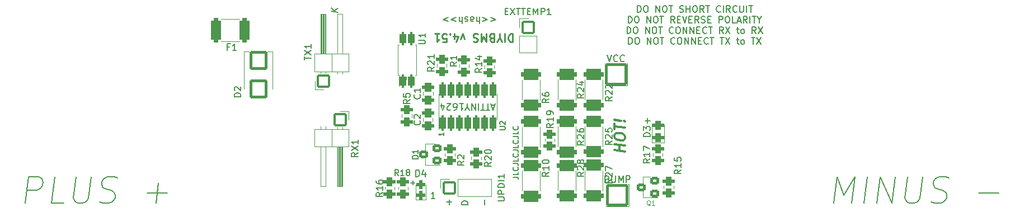
<source format=gbr>
%TF.GenerationSoftware,KiCad,Pcbnew,7.0.5-7.0.5~ubuntu20.04.1*%
%TF.CreationDate,2023-07-13T22:08:42+02:00*%
%TF.ProjectId,ModuleV450,4d6f6475-6c65-4563-9435-302e6b696361,rev?*%
%TF.SameCoordinates,Original*%
%TF.FileFunction,Legend,Top*%
%TF.FilePolarity,Positive*%
%FSLAX46Y46*%
G04 Gerber Fmt 4.6, Leading zero omitted, Abs format (unit mm)*
G04 Created by KiCad (PCBNEW 7.0.5-7.0.5~ubuntu20.04.1) date 2023-07-13 22:08:42*
%MOMM*%
%LPD*%
G01*
G04 APERTURE LIST*
G04 Aperture macros list*
%AMRoundRect*
0 Rectangle with rounded corners*
0 $1 Rounding radius*
0 $2 $3 $4 $5 $6 $7 $8 $9 X,Y pos of 4 corners*
0 Add a 4 corners polygon primitive as box body*
4,1,4,$2,$3,$4,$5,$6,$7,$8,$9,$2,$3,0*
0 Add four circle primitives for the rounded corners*
1,1,$1+$1,$2,$3*
1,1,$1+$1,$4,$5*
1,1,$1+$1,$6,$7*
1,1,$1+$1,$8,$9*
0 Add four rect primitives between the rounded corners*
20,1,$1+$1,$2,$3,$4,$5,0*
20,1,$1+$1,$4,$5,$6,$7,0*
20,1,$1+$1,$6,$7,$8,$9,0*
20,1,$1+$1,$8,$9,$2,$3,0*%
G04 Aperture macros list end*
%ADD10C,0.150000*%
%ADD11C,0.200000*%
%ADD12C,0.300000*%
%ADD13C,0.175000*%
%ADD14C,0.250000*%
%ADD15C,0.100000*%
%ADD16C,0.120000*%
%ADD17C,10.643506*%
%ADD18RoundRect,0.200000X-1.500000X-1.500000X1.500000X-1.500000X1.500000X1.500000X-1.500000X1.500000X0*%
%ADD19O,2.100000X2.100000*%
%ADD20RoundRect,0.200000X-0.850000X-0.850000X0.850000X-0.850000X0.850000X0.850000X-0.850000X0.850000X0*%
%ADD21RoundRect,0.350000X0.150000X-0.662500X0.150000X0.662500X-0.150000X0.662500X-0.150000X-0.662500X0*%
%ADD22RoundRect,0.450000X0.450000X-0.262500X0.450000X0.262500X-0.450000X0.262500X-0.450000X-0.262500X0*%
%ADD23RoundRect,0.450000X-1.075000X0.362500X-1.075000X-0.362500X1.075000X-0.362500X1.075000X0.362500X0*%
%ADD24RoundRect,0.200000X0.450000X0.400000X-0.450000X0.400000X-0.450000X-0.400000X0.450000X-0.400000X0*%
%ADD25RoundRect,0.418750X0.256250X-0.218750X0.256250X0.218750X-0.256250X0.218750X-0.256250X-0.218750X0*%
%ADD26RoundRect,0.443750X0.456250X-0.243750X0.456250X0.243750X-0.456250X0.243750X-0.456250X-0.243750X0*%
%ADD27RoundRect,0.450000X-0.450000X0.262500X-0.450000X-0.262500X0.450000X-0.262500X0.450000X0.262500X0*%
%ADD28RoundRect,0.450000X0.475000X-0.250000X0.475000X0.250000X-0.475000X0.250000X-0.475000X-0.250000X0*%
%ADD29RoundRect,0.450000X0.312500X1.450000X-0.312500X1.450000X-0.312500X-1.450000X0.312500X-1.450000X0*%
%ADD30RoundRect,0.200000X-1.150000X1.250000X-1.150000X-1.250000X1.150000X-1.250000X1.150000X1.250000X0*%
%ADD31RoundRect,0.200000X0.850000X-0.850000X0.850000X0.850000X-0.850000X0.850000X-0.850000X-0.850000X0*%
%ADD32RoundRect,0.350000X0.150000X-0.825000X0.150000X0.825000X-0.150000X0.825000X-0.150000X-0.825000X0*%
%ADD33RoundRect,0.200000X-0.850000X0.850000X-0.850000X-0.850000X0.850000X-0.850000X0.850000X0.850000X0*%
G04 APERTURE END LIST*
D10*
X40287295Y-10008208D02*
X40858723Y-10008208D01*
X40858723Y-10008208D02*
X40973009Y-10046303D01*
X40973009Y-10046303D02*
X41049200Y-10122494D01*
X41049200Y-10122494D02*
X41087295Y-10236779D01*
X41087295Y-10236779D02*
X41087295Y-10312970D01*
X41087295Y-9246303D02*
X41087295Y-9627255D01*
X41087295Y-9627255D02*
X40287295Y-9627255D01*
X41011104Y-8522493D02*
X41049200Y-8560589D01*
X41049200Y-8560589D02*
X41087295Y-8674874D01*
X41087295Y-8674874D02*
X41087295Y-8751065D01*
X41087295Y-8751065D02*
X41049200Y-8865351D01*
X41049200Y-8865351D02*
X40973009Y-8941541D01*
X40973009Y-8941541D02*
X40896819Y-8979636D01*
X40896819Y-8979636D02*
X40744438Y-9017732D01*
X40744438Y-9017732D02*
X40630152Y-9017732D01*
X40630152Y-9017732D02*
X40477771Y-8979636D01*
X40477771Y-8979636D02*
X40401580Y-8941541D01*
X40401580Y-8941541D02*
X40325390Y-8865351D01*
X40325390Y-8865351D02*
X40287295Y-8751065D01*
X40287295Y-8751065D02*
X40287295Y-8674874D01*
X40287295Y-8674874D02*
X40325390Y-8560589D01*
X40325390Y-8560589D02*
X40363485Y-8522493D01*
X40287295Y-7951065D02*
X40858723Y-7951065D01*
X40858723Y-7951065D02*
X40973009Y-7989160D01*
X40973009Y-7989160D02*
X41049200Y-8065351D01*
X41049200Y-8065351D02*
X41087295Y-8179636D01*
X41087295Y-8179636D02*
X41087295Y-8255827D01*
X41087295Y-7189160D02*
X41087295Y-7570112D01*
X41087295Y-7570112D02*
X40287295Y-7570112D01*
X41011104Y-6465350D02*
X41049200Y-6503446D01*
X41049200Y-6503446D02*
X41087295Y-6617731D01*
X41087295Y-6617731D02*
X41087295Y-6693922D01*
X41087295Y-6693922D02*
X41049200Y-6808208D01*
X41049200Y-6808208D02*
X40973009Y-6884398D01*
X40973009Y-6884398D02*
X40896819Y-6922493D01*
X40896819Y-6922493D02*
X40744438Y-6960589D01*
X40744438Y-6960589D02*
X40630152Y-6960589D01*
X40630152Y-6960589D02*
X40477771Y-6922493D01*
X40477771Y-6922493D02*
X40401580Y-6884398D01*
X40401580Y-6884398D02*
X40325390Y-6808208D01*
X40325390Y-6808208D02*
X40287295Y-6693922D01*
X40287295Y-6693922D02*
X40287295Y-6617731D01*
X40287295Y-6617731D02*
X40325390Y-6503446D01*
X40325390Y-6503446D02*
X40363485Y-6465350D01*
X40287295Y-5893922D02*
X40858723Y-5893922D01*
X40858723Y-5893922D02*
X40973009Y-5932017D01*
X40973009Y-5932017D02*
X41049200Y-6008208D01*
X41049200Y-6008208D02*
X41087295Y-6122493D01*
X41087295Y-6122493D02*
X41087295Y-6198684D01*
X41087295Y-5132017D02*
X41087295Y-5512969D01*
X41087295Y-5512969D02*
X40287295Y-5512969D01*
X41011104Y-4408207D02*
X41049200Y-4446303D01*
X41049200Y-4446303D02*
X41087295Y-4560588D01*
X41087295Y-4560588D02*
X41087295Y-4636779D01*
X41087295Y-4636779D02*
X41049200Y-4751065D01*
X41049200Y-4751065D02*
X40973009Y-4827255D01*
X40973009Y-4827255D02*
X40896819Y-4865350D01*
X40896819Y-4865350D02*
X40744438Y-4903446D01*
X40744438Y-4903446D02*
X40630152Y-4903446D01*
X40630152Y-4903446D02*
X40477771Y-4865350D01*
X40477771Y-4865350D02*
X40401580Y-4827255D01*
X40401580Y-4827255D02*
X40325390Y-4751065D01*
X40325390Y-4751065D02*
X40287295Y-4636779D01*
X40287295Y-4636779D02*
X40287295Y-4560588D01*
X40287295Y-4560588D02*
X40325390Y-4446303D01*
X40325390Y-4446303D02*
X40363485Y-4408207D01*
X40287295Y-3836779D02*
X40858723Y-3836779D01*
X40858723Y-3836779D02*
X40973009Y-3874874D01*
X40973009Y-3874874D02*
X41049200Y-3951065D01*
X41049200Y-3951065D02*
X41087295Y-4065350D01*
X41087295Y-4065350D02*
X41087295Y-4141541D01*
X41087295Y-3074874D02*
X41087295Y-3455826D01*
X41087295Y-3455826D02*
X40287295Y-3455826D01*
X41011104Y-2351064D02*
X41049200Y-2389160D01*
X41049200Y-2389160D02*
X41087295Y-2503445D01*
X41087295Y-2503445D02*
X41087295Y-2579636D01*
X41087295Y-2579636D02*
X41049200Y-2693922D01*
X41049200Y-2693922D02*
X40973009Y-2770112D01*
X40973009Y-2770112D02*
X40896819Y-2808207D01*
X40896819Y-2808207D02*
X40744438Y-2846303D01*
X40744438Y-2846303D02*
X40630152Y-2846303D01*
X40630152Y-2846303D02*
X40477771Y-2808207D01*
X40477771Y-2808207D02*
X40401580Y-2770112D01*
X40401580Y-2770112D02*
X40325390Y-2693922D01*
X40325390Y-2693922D02*
X40287295Y-2579636D01*
X40287295Y-2579636D02*
X40287295Y-2503445D01*
X40287295Y-2503445D02*
X40325390Y-2389160D01*
X40325390Y-2389160D02*
X40363485Y-2351064D01*
D11*
X28470714Y-13222219D02*
X27899286Y-13222219D01*
X28185000Y-13222219D02*
X28185000Y-12222219D01*
X28185000Y-12222219D02*
X28089762Y-12365076D01*
X28089762Y-12365076D02*
X27994524Y-12460314D01*
X27994524Y-12460314D02*
X27899286Y-12507933D01*
D12*
X57239590Y-6105237D02*
X55639590Y-5905237D01*
X56401495Y-6000475D02*
X56401495Y-5086189D01*
X57239590Y-5190951D02*
X55639590Y-4990951D01*
X55639590Y-3924285D02*
X55639590Y-3619523D01*
X55639590Y-3619523D02*
X55715780Y-3476666D01*
X55715780Y-3476666D02*
X55868161Y-3343333D01*
X55868161Y-3343333D02*
X56172923Y-3305237D01*
X56172923Y-3305237D02*
X56706257Y-3371904D01*
X56706257Y-3371904D02*
X57011019Y-3486190D01*
X57011019Y-3486190D02*
X57163400Y-3657618D01*
X57163400Y-3657618D02*
X57239590Y-3819523D01*
X57239590Y-3819523D02*
X57239590Y-4124285D01*
X57239590Y-4124285D02*
X57163400Y-4267142D01*
X57163400Y-4267142D02*
X57011019Y-4400476D01*
X57011019Y-4400476D02*
X56706257Y-4438571D01*
X56706257Y-4438571D02*
X56172923Y-4371904D01*
X56172923Y-4371904D02*
X55868161Y-4257618D01*
X55868161Y-4257618D02*
X55715780Y-4086190D01*
X55715780Y-4086190D02*
X55639590Y-3924285D01*
X55639590Y-2781428D02*
X55639590Y-1867143D01*
X57239590Y-2524286D02*
X55639590Y-2324286D01*
X57087209Y-1514761D02*
X57163400Y-1448095D01*
X57163400Y-1448095D02*
X57239590Y-1533809D01*
X57239590Y-1533809D02*
X57163400Y-1600476D01*
X57163400Y-1600476D02*
X57087209Y-1514761D01*
X57087209Y-1514761D02*
X57239590Y-1533809D01*
X56630066Y-1457618D02*
X55715780Y-1419523D01*
X55715780Y-1419523D02*
X55639590Y-1333809D01*
X55639590Y-1333809D02*
X55715780Y-1267142D01*
X55715780Y-1267142D02*
X56630066Y-1457618D01*
X56630066Y-1457618D02*
X55639590Y-1333809D01*
D13*
X24139733Y5200001D02*
X24139733Y4800001D01*
X24139733Y5000001D02*
X23439733Y5000001D01*
X23439733Y5000001D02*
X23539733Y4933334D01*
X23539733Y4933334D02*
X23606400Y4866667D01*
X23606400Y4866667D02*
X23639733Y4800001D01*
D14*
X40246616Y11692143D02*
X40246616Y10492143D01*
X40246616Y10492143D02*
X39960902Y10492143D01*
X39960902Y10492143D02*
X39789473Y10549286D01*
X39789473Y10549286D02*
X39675188Y10663572D01*
X39675188Y10663572D02*
X39618045Y10777858D01*
X39618045Y10777858D02*
X39560902Y11006429D01*
X39560902Y11006429D02*
X39560902Y11177858D01*
X39560902Y11177858D02*
X39618045Y11406429D01*
X39618045Y11406429D02*
X39675188Y11520715D01*
X39675188Y11520715D02*
X39789473Y11635000D01*
X39789473Y11635000D02*
X39960902Y11692143D01*
X39960902Y11692143D02*
X40246616Y11692143D01*
X39046616Y11692143D02*
X39046616Y10492143D01*
X38246616Y11120715D02*
X38246616Y11692143D01*
X38646616Y10492143D02*
X38246616Y11120715D01*
X38246616Y11120715D02*
X37846616Y10492143D01*
X37046616Y11063572D02*
X36875188Y11120715D01*
X36875188Y11120715D02*
X36818045Y11177858D01*
X36818045Y11177858D02*
X36760902Y11292143D01*
X36760902Y11292143D02*
X36760902Y11463572D01*
X36760902Y11463572D02*
X36818045Y11577858D01*
X36818045Y11577858D02*
X36875188Y11635000D01*
X36875188Y11635000D02*
X36989473Y11692143D01*
X36989473Y11692143D02*
X37446616Y11692143D01*
X37446616Y11692143D02*
X37446616Y10492143D01*
X37446616Y10492143D02*
X37046616Y10492143D01*
X37046616Y10492143D02*
X36932331Y10549286D01*
X36932331Y10549286D02*
X36875188Y10606429D01*
X36875188Y10606429D02*
X36818045Y10720715D01*
X36818045Y10720715D02*
X36818045Y10835000D01*
X36818045Y10835000D02*
X36875188Y10949286D01*
X36875188Y10949286D02*
X36932331Y11006429D01*
X36932331Y11006429D02*
X37046616Y11063572D01*
X37046616Y11063572D02*
X37446616Y11063572D01*
X36246616Y11692143D02*
X36246616Y10492143D01*
X36246616Y10492143D02*
X35846616Y11349286D01*
X35846616Y11349286D02*
X35446616Y10492143D01*
X35446616Y10492143D02*
X35446616Y11692143D01*
X34932330Y11635000D02*
X34760902Y11692143D01*
X34760902Y11692143D02*
X34475187Y11692143D01*
X34475187Y11692143D02*
X34360902Y11635000D01*
X34360902Y11635000D02*
X34303759Y11577858D01*
X34303759Y11577858D02*
X34246616Y11463572D01*
X34246616Y11463572D02*
X34246616Y11349286D01*
X34246616Y11349286D02*
X34303759Y11235000D01*
X34303759Y11235000D02*
X34360902Y11177858D01*
X34360902Y11177858D02*
X34475187Y11120715D01*
X34475187Y11120715D02*
X34703759Y11063572D01*
X34703759Y11063572D02*
X34818044Y11006429D01*
X34818044Y11006429D02*
X34875187Y10949286D01*
X34875187Y10949286D02*
X34932330Y10835000D01*
X34932330Y10835000D02*
X34932330Y10720715D01*
X34932330Y10720715D02*
X34875187Y10606429D01*
X34875187Y10606429D02*
X34818044Y10549286D01*
X34818044Y10549286D02*
X34703759Y10492143D01*
X34703759Y10492143D02*
X34418044Y10492143D01*
X34418044Y10492143D02*
X34246616Y10549286D01*
X32932330Y10892143D02*
X32646616Y11692143D01*
X32646616Y11692143D02*
X32360901Y10892143D01*
X31389473Y10892143D02*
X31389473Y11692143D01*
X31675187Y10435000D02*
X31960901Y11292143D01*
X31960901Y11292143D02*
X31218044Y11292143D01*
X30760901Y11577858D02*
X30703758Y11635000D01*
X30703758Y11635000D02*
X30760901Y11692143D01*
X30760901Y11692143D02*
X30818044Y11635000D01*
X30818044Y11635000D02*
X30760901Y11577858D01*
X30760901Y11577858D02*
X30760901Y11692143D01*
X29618044Y10492143D02*
X30189472Y10492143D01*
X30189472Y10492143D02*
X30246615Y11063572D01*
X30246615Y11063572D02*
X30189472Y11006429D01*
X30189472Y11006429D02*
X30075187Y10949286D01*
X30075187Y10949286D02*
X29789472Y10949286D01*
X29789472Y10949286D02*
X29675187Y11006429D01*
X29675187Y11006429D02*
X29618044Y11063572D01*
X29618044Y11063572D02*
X29560901Y11177858D01*
X29560901Y11177858D02*
X29560901Y11463572D01*
X29560901Y11463572D02*
X29618044Y11577858D01*
X29618044Y11577858D02*
X29675187Y11635000D01*
X29675187Y11635000D02*
X29789472Y11692143D01*
X29789472Y11692143D02*
X30075187Y11692143D01*
X30075187Y11692143D02*
X30189472Y11635000D01*
X30189472Y11635000D02*
X30246615Y11577858D01*
X28418044Y11692143D02*
X29103758Y11692143D01*
X28760901Y11692143D02*
X28760901Y10492143D01*
X28760901Y10492143D02*
X28875187Y10663572D01*
X28875187Y10663572D02*
X28989472Y10777858D01*
X28989472Y10777858D02*
X29103758Y10835000D01*
D13*
X29759733Y-3289999D02*
X29759733Y-3689999D01*
X29759733Y-3489999D02*
X29059733Y-3489999D01*
X29059733Y-3489999D02*
X29159733Y-3556666D01*
X29159733Y-3556666D02*
X29226400Y-3623333D01*
X29226400Y-3623333D02*
X29259733Y-3689999D01*
D10*
X59107143Y14960181D02*
X59107143Y15960181D01*
X59107143Y15960181D02*
X59345238Y15960181D01*
X59345238Y15960181D02*
X59488095Y15912562D01*
X59488095Y15912562D02*
X59583333Y15817324D01*
X59583333Y15817324D02*
X59630952Y15722086D01*
X59630952Y15722086D02*
X59678571Y15531610D01*
X59678571Y15531610D02*
X59678571Y15388753D01*
X59678571Y15388753D02*
X59630952Y15198277D01*
X59630952Y15198277D02*
X59583333Y15103039D01*
X59583333Y15103039D02*
X59488095Y15007800D01*
X59488095Y15007800D02*
X59345238Y14960181D01*
X59345238Y14960181D02*
X59107143Y14960181D01*
X60297619Y15960181D02*
X60488095Y15960181D01*
X60488095Y15960181D02*
X60583333Y15912562D01*
X60583333Y15912562D02*
X60678571Y15817324D01*
X60678571Y15817324D02*
X60726190Y15626848D01*
X60726190Y15626848D02*
X60726190Y15293515D01*
X60726190Y15293515D02*
X60678571Y15103039D01*
X60678571Y15103039D02*
X60583333Y15007800D01*
X60583333Y15007800D02*
X60488095Y14960181D01*
X60488095Y14960181D02*
X60297619Y14960181D01*
X60297619Y14960181D02*
X60202381Y15007800D01*
X60202381Y15007800D02*
X60107143Y15103039D01*
X60107143Y15103039D02*
X60059524Y15293515D01*
X60059524Y15293515D02*
X60059524Y15626848D01*
X60059524Y15626848D02*
X60107143Y15817324D01*
X60107143Y15817324D02*
X60202381Y15912562D01*
X60202381Y15912562D02*
X60297619Y15960181D01*
X61916667Y14960181D02*
X61916667Y15960181D01*
X61916667Y15960181D02*
X62488095Y14960181D01*
X62488095Y14960181D02*
X62488095Y15960181D01*
X63154762Y15960181D02*
X63345238Y15960181D01*
X63345238Y15960181D02*
X63440476Y15912562D01*
X63440476Y15912562D02*
X63535714Y15817324D01*
X63535714Y15817324D02*
X63583333Y15626848D01*
X63583333Y15626848D02*
X63583333Y15293515D01*
X63583333Y15293515D02*
X63535714Y15103039D01*
X63535714Y15103039D02*
X63440476Y15007800D01*
X63440476Y15007800D02*
X63345238Y14960181D01*
X63345238Y14960181D02*
X63154762Y14960181D01*
X63154762Y14960181D02*
X63059524Y15007800D01*
X63059524Y15007800D02*
X62964286Y15103039D01*
X62964286Y15103039D02*
X62916667Y15293515D01*
X62916667Y15293515D02*
X62916667Y15626848D01*
X62916667Y15626848D02*
X62964286Y15817324D01*
X62964286Y15817324D02*
X63059524Y15912562D01*
X63059524Y15912562D02*
X63154762Y15960181D01*
X63869048Y15960181D02*
X64440476Y15960181D01*
X64154762Y14960181D02*
X64154762Y15960181D01*
X65488096Y15007800D02*
X65630953Y14960181D01*
X65630953Y14960181D02*
X65869048Y14960181D01*
X65869048Y14960181D02*
X65964286Y15007800D01*
X65964286Y15007800D02*
X66011905Y15055420D01*
X66011905Y15055420D02*
X66059524Y15150658D01*
X66059524Y15150658D02*
X66059524Y15245896D01*
X66059524Y15245896D02*
X66011905Y15341134D01*
X66011905Y15341134D02*
X65964286Y15388753D01*
X65964286Y15388753D02*
X65869048Y15436372D01*
X65869048Y15436372D02*
X65678572Y15483991D01*
X65678572Y15483991D02*
X65583334Y15531610D01*
X65583334Y15531610D02*
X65535715Y15579229D01*
X65535715Y15579229D02*
X65488096Y15674467D01*
X65488096Y15674467D02*
X65488096Y15769705D01*
X65488096Y15769705D02*
X65535715Y15864943D01*
X65535715Y15864943D02*
X65583334Y15912562D01*
X65583334Y15912562D02*
X65678572Y15960181D01*
X65678572Y15960181D02*
X65916667Y15960181D01*
X65916667Y15960181D02*
X66059524Y15912562D01*
X66488096Y14960181D02*
X66488096Y15960181D01*
X66488096Y15483991D02*
X67059524Y15483991D01*
X67059524Y14960181D02*
X67059524Y15960181D01*
X67726191Y15960181D02*
X67916667Y15960181D01*
X67916667Y15960181D02*
X68011905Y15912562D01*
X68011905Y15912562D02*
X68107143Y15817324D01*
X68107143Y15817324D02*
X68154762Y15626848D01*
X68154762Y15626848D02*
X68154762Y15293515D01*
X68154762Y15293515D02*
X68107143Y15103039D01*
X68107143Y15103039D02*
X68011905Y15007800D01*
X68011905Y15007800D02*
X67916667Y14960181D01*
X67916667Y14960181D02*
X67726191Y14960181D01*
X67726191Y14960181D02*
X67630953Y15007800D01*
X67630953Y15007800D02*
X67535715Y15103039D01*
X67535715Y15103039D02*
X67488096Y15293515D01*
X67488096Y15293515D02*
X67488096Y15626848D01*
X67488096Y15626848D02*
X67535715Y15817324D01*
X67535715Y15817324D02*
X67630953Y15912562D01*
X67630953Y15912562D02*
X67726191Y15960181D01*
X69154762Y14960181D02*
X68821429Y15436372D01*
X68583334Y14960181D02*
X68583334Y15960181D01*
X68583334Y15960181D02*
X68964286Y15960181D01*
X68964286Y15960181D02*
X69059524Y15912562D01*
X69059524Y15912562D02*
X69107143Y15864943D01*
X69107143Y15864943D02*
X69154762Y15769705D01*
X69154762Y15769705D02*
X69154762Y15626848D01*
X69154762Y15626848D02*
X69107143Y15531610D01*
X69107143Y15531610D02*
X69059524Y15483991D01*
X69059524Y15483991D02*
X68964286Y15436372D01*
X68964286Y15436372D02*
X68583334Y15436372D01*
X69440477Y15960181D02*
X70011905Y15960181D01*
X69726191Y14960181D02*
X69726191Y15960181D01*
X71678572Y15055420D02*
X71630953Y15007800D01*
X71630953Y15007800D02*
X71488096Y14960181D01*
X71488096Y14960181D02*
X71392858Y14960181D01*
X71392858Y14960181D02*
X71250001Y15007800D01*
X71250001Y15007800D02*
X71154763Y15103039D01*
X71154763Y15103039D02*
X71107144Y15198277D01*
X71107144Y15198277D02*
X71059525Y15388753D01*
X71059525Y15388753D02*
X71059525Y15531610D01*
X71059525Y15531610D02*
X71107144Y15722086D01*
X71107144Y15722086D02*
X71154763Y15817324D01*
X71154763Y15817324D02*
X71250001Y15912562D01*
X71250001Y15912562D02*
X71392858Y15960181D01*
X71392858Y15960181D02*
X71488096Y15960181D01*
X71488096Y15960181D02*
X71630953Y15912562D01*
X71630953Y15912562D02*
X71678572Y15864943D01*
X72107144Y14960181D02*
X72107144Y15960181D01*
X73154762Y14960181D02*
X72821429Y15436372D01*
X72583334Y14960181D02*
X72583334Y15960181D01*
X72583334Y15960181D02*
X72964286Y15960181D01*
X72964286Y15960181D02*
X73059524Y15912562D01*
X73059524Y15912562D02*
X73107143Y15864943D01*
X73107143Y15864943D02*
X73154762Y15769705D01*
X73154762Y15769705D02*
X73154762Y15626848D01*
X73154762Y15626848D02*
X73107143Y15531610D01*
X73107143Y15531610D02*
X73059524Y15483991D01*
X73059524Y15483991D02*
X72964286Y15436372D01*
X72964286Y15436372D02*
X72583334Y15436372D01*
X74154762Y15055420D02*
X74107143Y15007800D01*
X74107143Y15007800D02*
X73964286Y14960181D01*
X73964286Y14960181D02*
X73869048Y14960181D01*
X73869048Y14960181D02*
X73726191Y15007800D01*
X73726191Y15007800D02*
X73630953Y15103039D01*
X73630953Y15103039D02*
X73583334Y15198277D01*
X73583334Y15198277D02*
X73535715Y15388753D01*
X73535715Y15388753D02*
X73535715Y15531610D01*
X73535715Y15531610D02*
X73583334Y15722086D01*
X73583334Y15722086D02*
X73630953Y15817324D01*
X73630953Y15817324D02*
X73726191Y15912562D01*
X73726191Y15912562D02*
X73869048Y15960181D01*
X73869048Y15960181D02*
X73964286Y15960181D01*
X73964286Y15960181D02*
X74107143Y15912562D01*
X74107143Y15912562D02*
X74154762Y15864943D01*
X74583334Y15960181D02*
X74583334Y15150658D01*
X74583334Y15150658D02*
X74630953Y15055420D01*
X74630953Y15055420D02*
X74678572Y15007800D01*
X74678572Y15007800D02*
X74773810Y14960181D01*
X74773810Y14960181D02*
X74964286Y14960181D01*
X74964286Y14960181D02*
X75059524Y15007800D01*
X75059524Y15007800D02*
X75107143Y15055420D01*
X75107143Y15055420D02*
X75154762Y15150658D01*
X75154762Y15150658D02*
X75154762Y15960181D01*
X75630953Y14960181D02*
X75630953Y15960181D01*
X75964286Y15960181D02*
X76535714Y15960181D01*
X76250000Y14960181D02*
X76250000Y15960181D01*
X57726190Y13350181D02*
X57726190Y14350181D01*
X57726190Y14350181D02*
X57964285Y14350181D01*
X57964285Y14350181D02*
X58107142Y14302562D01*
X58107142Y14302562D02*
X58202380Y14207324D01*
X58202380Y14207324D02*
X58249999Y14112086D01*
X58249999Y14112086D02*
X58297618Y13921610D01*
X58297618Y13921610D02*
X58297618Y13778753D01*
X58297618Y13778753D02*
X58249999Y13588277D01*
X58249999Y13588277D02*
X58202380Y13493039D01*
X58202380Y13493039D02*
X58107142Y13397800D01*
X58107142Y13397800D02*
X57964285Y13350181D01*
X57964285Y13350181D02*
X57726190Y13350181D01*
X58916666Y14350181D02*
X59107142Y14350181D01*
X59107142Y14350181D02*
X59202380Y14302562D01*
X59202380Y14302562D02*
X59297618Y14207324D01*
X59297618Y14207324D02*
X59345237Y14016848D01*
X59345237Y14016848D02*
X59345237Y13683515D01*
X59345237Y13683515D02*
X59297618Y13493039D01*
X59297618Y13493039D02*
X59202380Y13397800D01*
X59202380Y13397800D02*
X59107142Y13350181D01*
X59107142Y13350181D02*
X58916666Y13350181D01*
X58916666Y13350181D02*
X58821428Y13397800D01*
X58821428Y13397800D02*
X58726190Y13493039D01*
X58726190Y13493039D02*
X58678571Y13683515D01*
X58678571Y13683515D02*
X58678571Y14016848D01*
X58678571Y14016848D02*
X58726190Y14207324D01*
X58726190Y14207324D02*
X58821428Y14302562D01*
X58821428Y14302562D02*
X58916666Y14350181D01*
X60535714Y13350181D02*
X60535714Y14350181D01*
X60535714Y14350181D02*
X61107142Y13350181D01*
X61107142Y13350181D02*
X61107142Y14350181D01*
X61773809Y14350181D02*
X61964285Y14350181D01*
X61964285Y14350181D02*
X62059523Y14302562D01*
X62059523Y14302562D02*
X62154761Y14207324D01*
X62154761Y14207324D02*
X62202380Y14016848D01*
X62202380Y14016848D02*
X62202380Y13683515D01*
X62202380Y13683515D02*
X62154761Y13493039D01*
X62154761Y13493039D02*
X62059523Y13397800D01*
X62059523Y13397800D02*
X61964285Y13350181D01*
X61964285Y13350181D02*
X61773809Y13350181D01*
X61773809Y13350181D02*
X61678571Y13397800D01*
X61678571Y13397800D02*
X61583333Y13493039D01*
X61583333Y13493039D02*
X61535714Y13683515D01*
X61535714Y13683515D02*
X61535714Y14016848D01*
X61535714Y14016848D02*
X61583333Y14207324D01*
X61583333Y14207324D02*
X61678571Y14302562D01*
X61678571Y14302562D02*
X61773809Y14350181D01*
X62488095Y14350181D02*
X63059523Y14350181D01*
X62773809Y13350181D02*
X62773809Y14350181D01*
X64726190Y13350181D02*
X64392857Y13826372D01*
X64154762Y13350181D02*
X64154762Y14350181D01*
X64154762Y14350181D02*
X64535714Y14350181D01*
X64535714Y14350181D02*
X64630952Y14302562D01*
X64630952Y14302562D02*
X64678571Y14254943D01*
X64678571Y14254943D02*
X64726190Y14159705D01*
X64726190Y14159705D02*
X64726190Y14016848D01*
X64726190Y14016848D02*
X64678571Y13921610D01*
X64678571Y13921610D02*
X64630952Y13873991D01*
X64630952Y13873991D02*
X64535714Y13826372D01*
X64535714Y13826372D02*
X64154762Y13826372D01*
X65154762Y13873991D02*
X65488095Y13873991D01*
X65630952Y13350181D02*
X65154762Y13350181D01*
X65154762Y13350181D02*
X65154762Y14350181D01*
X65154762Y14350181D02*
X65630952Y14350181D01*
X65916667Y14350181D02*
X66250000Y13350181D01*
X66250000Y13350181D02*
X66583333Y14350181D01*
X66916667Y13873991D02*
X67250000Y13873991D01*
X67392857Y13350181D02*
X66916667Y13350181D01*
X66916667Y13350181D02*
X66916667Y14350181D01*
X66916667Y14350181D02*
X67392857Y14350181D01*
X68392857Y13350181D02*
X68059524Y13826372D01*
X67821429Y13350181D02*
X67821429Y14350181D01*
X67821429Y14350181D02*
X68202381Y14350181D01*
X68202381Y14350181D02*
X68297619Y14302562D01*
X68297619Y14302562D02*
X68345238Y14254943D01*
X68345238Y14254943D02*
X68392857Y14159705D01*
X68392857Y14159705D02*
X68392857Y14016848D01*
X68392857Y14016848D02*
X68345238Y13921610D01*
X68345238Y13921610D02*
X68297619Y13873991D01*
X68297619Y13873991D02*
X68202381Y13826372D01*
X68202381Y13826372D02*
X67821429Y13826372D01*
X68773810Y13397800D02*
X68916667Y13350181D01*
X68916667Y13350181D02*
X69154762Y13350181D01*
X69154762Y13350181D02*
X69250000Y13397800D01*
X69250000Y13397800D02*
X69297619Y13445420D01*
X69297619Y13445420D02*
X69345238Y13540658D01*
X69345238Y13540658D02*
X69345238Y13635896D01*
X69345238Y13635896D02*
X69297619Y13731134D01*
X69297619Y13731134D02*
X69250000Y13778753D01*
X69250000Y13778753D02*
X69154762Y13826372D01*
X69154762Y13826372D02*
X68964286Y13873991D01*
X68964286Y13873991D02*
X68869048Y13921610D01*
X68869048Y13921610D02*
X68821429Y13969229D01*
X68821429Y13969229D02*
X68773810Y14064467D01*
X68773810Y14064467D02*
X68773810Y14159705D01*
X68773810Y14159705D02*
X68821429Y14254943D01*
X68821429Y14254943D02*
X68869048Y14302562D01*
X68869048Y14302562D02*
X68964286Y14350181D01*
X68964286Y14350181D02*
X69202381Y14350181D01*
X69202381Y14350181D02*
X69345238Y14302562D01*
X69773810Y13873991D02*
X70107143Y13873991D01*
X70250000Y13350181D02*
X69773810Y13350181D01*
X69773810Y13350181D02*
X69773810Y14350181D01*
X69773810Y14350181D02*
X70250000Y14350181D01*
X71440477Y13350181D02*
X71440477Y14350181D01*
X71440477Y14350181D02*
X71821429Y14350181D01*
X71821429Y14350181D02*
X71916667Y14302562D01*
X71916667Y14302562D02*
X71964286Y14254943D01*
X71964286Y14254943D02*
X72011905Y14159705D01*
X72011905Y14159705D02*
X72011905Y14016848D01*
X72011905Y14016848D02*
X71964286Y13921610D01*
X71964286Y13921610D02*
X71916667Y13873991D01*
X71916667Y13873991D02*
X71821429Y13826372D01*
X71821429Y13826372D02*
X71440477Y13826372D01*
X72630953Y14350181D02*
X72821429Y14350181D01*
X72821429Y14350181D02*
X72916667Y14302562D01*
X72916667Y14302562D02*
X73011905Y14207324D01*
X73011905Y14207324D02*
X73059524Y14016848D01*
X73059524Y14016848D02*
X73059524Y13683515D01*
X73059524Y13683515D02*
X73011905Y13493039D01*
X73011905Y13493039D02*
X72916667Y13397800D01*
X72916667Y13397800D02*
X72821429Y13350181D01*
X72821429Y13350181D02*
X72630953Y13350181D01*
X72630953Y13350181D02*
X72535715Y13397800D01*
X72535715Y13397800D02*
X72440477Y13493039D01*
X72440477Y13493039D02*
X72392858Y13683515D01*
X72392858Y13683515D02*
X72392858Y14016848D01*
X72392858Y14016848D02*
X72440477Y14207324D01*
X72440477Y14207324D02*
X72535715Y14302562D01*
X72535715Y14302562D02*
X72630953Y14350181D01*
X73964286Y13350181D02*
X73488096Y13350181D01*
X73488096Y13350181D02*
X73488096Y14350181D01*
X74250001Y13635896D02*
X74726191Y13635896D01*
X74154763Y13350181D02*
X74488096Y14350181D01*
X74488096Y14350181D02*
X74821429Y13350181D01*
X75726191Y13350181D02*
X75392858Y13826372D01*
X75154763Y13350181D02*
X75154763Y14350181D01*
X75154763Y14350181D02*
X75535715Y14350181D01*
X75535715Y14350181D02*
X75630953Y14302562D01*
X75630953Y14302562D02*
X75678572Y14254943D01*
X75678572Y14254943D02*
X75726191Y14159705D01*
X75726191Y14159705D02*
X75726191Y14016848D01*
X75726191Y14016848D02*
X75678572Y13921610D01*
X75678572Y13921610D02*
X75630953Y13873991D01*
X75630953Y13873991D02*
X75535715Y13826372D01*
X75535715Y13826372D02*
X75154763Y13826372D01*
X76154763Y13350181D02*
X76154763Y14350181D01*
X76488096Y14350181D02*
X77059524Y14350181D01*
X76773810Y13350181D02*
X76773810Y14350181D01*
X77583334Y13826372D02*
X77583334Y13350181D01*
X77250001Y14350181D02*
X77583334Y13826372D01*
X77583334Y13826372D02*
X77916667Y14350181D01*
X57535713Y11740181D02*
X57535713Y12740181D01*
X57535713Y12740181D02*
X57773808Y12740181D01*
X57773808Y12740181D02*
X57916665Y12692562D01*
X57916665Y12692562D02*
X58011903Y12597324D01*
X58011903Y12597324D02*
X58059522Y12502086D01*
X58059522Y12502086D02*
X58107141Y12311610D01*
X58107141Y12311610D02*
X58107141Y12168753D01*
X58107141Y12168753D02*
X58059522Y11978277D01*
X58059522Y11978277D02*
X58011903Y11883039D01*
X58011903Y11883039D02*
X57916665Y11787800D01*
X57916665Y11787800D02*
X57773808Y11740181D01*
X57773808Y11740181D02*
X57535713Y11740181D01*
X58726189Y12740181D02*
X58916665Y12740181D01*
X58916665Y12740181D02*
X59011903Y12692562D01*
X59011903Y12692562D02*
X59107141Y12597324D01*
X59107141Y12597324D02*
X59154760Y12406848D01*
X59154760Y12406848D02*
X59154760Y12073515D01*
X59154760Y12073515D02*
X59107141Y11883039D01*
X59107141Y11883039D02*
X59011903Y11787800D01*
X59011903Y11787800D02*
X58916665Y11740181D01*
X58916665Y11740181D02*
X58726189Y11740181D01*
X58726189Y11740181D02*
X58630951Y11787800D01*
X58630951Y11787800D02*
X58535713Y11883039D01*
X58535713Y11883039D02*
X58488094Y12073515D01*
X58488094Y12073515D02*
X58488094Y12406848D01*
X58488094Y12406848D02*
X58535713Y12597324D01*
X58535713Y12597324D02*
X58630951Y12692562D01*
X58630951Y12692562D02*
X58726189Y12740181D01*
X60345237Y11740181D02*
X60345237Y12740181D01*
X60345237Y12740181D02*
X60916665Y11740181D01*
X60916665Y11740181D02*
X60916665Y12740181D01*
X61583332Y12740181D02*
X61773808Y12740181D01*
X61773808Y12740181D02*
X61869046Y12692562D01*
X61869046Y12692562D02*
X61964284Y12597324D01*
X61964284Y12597324D02*
X62011903Y12406848D01*
X62011903Y12406848D02*
X62011903Y12073515D01*
X62011903Y12073515D02*
X61964284Y11883039D01*
X61964284Y11883039D02*
X61869046Y11787800D01*
X61869046Y11787800D02*
X61773808Y11740181D01*
X61773808Y11740181D02*
X61583332Y11740181D01*
X61583332Y11740181D02*
X61488094Y11787800D01*
X61488094Y11787800D02*
X61392856Y11883039D01*
X61392856Y11883039D02*
X61345237Y12073515D01*
X61345237Y12073515D02*
X61345237Y12406848D01*
X61345237Y12406848D02*
X61392856Y12597324D01*
X61392856Y12597324D02*
X61488094Y12692562D01*
X61488094Y12692562D02*
X61583332Y12740181D01*
X62297618Y12740181D02*
X62869046Y12740181D01*
X62583332Y11740181D02*
X62583332Y12740181D01*
X64535713Y11835420D02*
X64488094Y11787800D01*
X64488094Y11787800D02*
X64345237Y11740181D01*
X64345237Y11740181D02*
X64249999Y11740181D01*
X64249999Y11740181D02*
X64107142Y11787800D01*
X64107142Y11787800D02*
X64011904Y11883039D01*
X64011904Y11883039D02*
X63964285Y11978277D01*
X63964285Y11978277D02*
X63916666Y12168753D01*
X63916666Y12168753D02*
X63916666Y12311610D01*
X63916666Y12311610D02*
X63964285Y12502086D01*
X63964285Y12502086D02*
X64011904Y12597324D01*
X64011904Y12597324D02*
X64107142Y12692562D01*
X64107142Y12692562D02*
X64249999Y12740181D01*
X64249999Y12740181D02*
X64345237Y12740181D01*
X64345237Y12740181D02*
X64488094Y12692562D01*
X64488094Y12692562D02*
X64535713Y12644943D01*
X65154761Y12740181D02*
X65345237Y12740181D01*
X65345237Y12740181D02*
X65440475Y12692562D01*
X65440475Y12692562D02*
X65535713Y12597324D01*
X65535713Y12597324D02*
X65583332Y12406848D01*
X65583332Y12406848D02*
X65583332Y12073515D01*
X65583332Y12073515D02*
X65535713Y11883039D01*
X65535713Y11883039D02*
X65440475Y11787800D01*
X65440475Y11787800D02*
X65345237Y11740181D01*
X65345237Y11740181D02*
X65154761Y11740181D01*
X65154761Y11740181D02*
X65059523Y11787800D01*
X65059523Y11787800D02*
X64964285Y11883039D01*
X64964285Y11883039D02*
X64916666Y12073515D01*
X64916666Y12073515D02*
X64916666Y12406848D01*
X64916666Y12406848D02*
X64964285Y12597324D01*
X64964285Y12597324D02*
X65059523Y12692562D01*
X65059523Y12692562D02*
X65154761Y12740181D01*
X66011904Y11740181D02*
X66011904Y12740181D01*
X66011904Y12740181D02*
X66583332Y11740181D01*
X66583332Y11740181D02*
X66583332Y12740181D01*
X67059523Y11740181D02*
X67059523Y12740181D01*
X67059523Y12740181D02*
X67630951Y11740181D01*
X67630951Y11740181D02*
X67630951Y12740181D01*
X68107142Y12263991D02*
X68440475Y12263991D01*
X68583332Y11740181D02*
X68107142Y11740181D01*
X68107142Y11740181D02*
X68107142Y12740181D01*
X68107142Y12740181D02*
X68583332Y12740181D01*
X69583332Y11835420D02*
X69535713Y11787800D01*
X69535713Y11787800D02*
X69392856Y11740181D01*
X69392856Y11740181D02*
X69297618Y11740181D01*
X69297618Y11740181D02*
X69154761Y11787800D01*
X69154761Y11787800D02*
X69059523Y11883039D01*
X69059523Y11883039D02*
X69011904Y11978277D01*
X69011904Y11978277D02*
X68964285Y12168753D01*
X68964285Y12168753D02*
X68964285Y12311610D01*
X68964285Y12311610D02*
X69011904Y12502086D01*
X69011904Y12502086D02*
X69059523Y12597324D01*
X69059523Y12597324D02*
X69154761Y12692562D01*
X69154761Y12692562D02*
X69297618Y12740181D01*
X69297618Y12740181D02*
X69392856Y12740181D01*
X69392856Y12740181D02*
X69535713Y12692562D01*
X69535713Y12692562D02*
X69583332Y12644943D01*
X69869047Y12740181D02*
X70440475Y12740181D01*
X70154761Y11740181D02*
X70154761Y12740181D01*
X72107142Y11740181D02*
X71773809Y12216372D01*
X71535714Y11740181D02*
X71535714Y12740181D01*
X71535714Y12740181D02*
X71916666Y12740181D01*
X71916666Y12740181D02*
X72011904Y12692562D01*
X72011904Y12692562D02*
X72059523Y12644943D01*
X72059523Y12644943D02*
X72107142Y12549705D01*
X72107142Y12549705D02*
X72107142Y12406848D01*
X72107142Y12406848D02*
X72059523Y12311610D01*
X72059523Y12311610D02*
X72011904Y12263991D01*
X72011904Y12263991D02*
X71916666Y12216372D01*
X71916666Y12216372D02*
X71535714Y12216372D01*
X72440476Y12740181D02*
X73107142Y11740181D01*
X73107142Y12740181D02*
X72440476Y11740181D01*
X74107143Y12406848D02*
X74488095Y12406848D01*
X74250000Y12740181D02*
X74250000Y11883039D01*
X74250000Y11883039D02*
X74297619Y11787800D01*
X74297619Y11787800D02*
X74392857Y11740181D01*
X74392857Y11740181D02*
X74488095Y11740181D01*
X74964286Y11740181D02*
X74869048Y11787800D01*
X74869048Y11787800D02*
X74821429Y11835420D01*
X74821429Y11835420D02*
X74773810Y11930658D01*
X74773810Y11930658D02*
X74773810Y12216372D01*
X74773810Y12216372D02*
X74821429Y12311610D01*
X74821429Y12311610D02*
X74869048Y12359229D01*
X74869048Y12359229D02*
X74964286Y12406848D01*
X74964286Y12406848D02*
X75107143Y12406848D01*
X75107143Y12406848D02*
X75202381Y12359229D01*
X75202381Y12359229D02*
X75250000Y12311610D01*
X75250000Y12311610D02*
X75297619Y12216372D01*
X75297619Y12216372D02*
X75297619Y11930658D01*
X75297619Y11930658D02*
X75250000Y11835420D01*
X75250000Y11835420D02*
X75202381Y11787800D01*
X75202381Y11787800D02*
X75107143Y11740181D01*
X75107143Y11740181D02*
X74964286Y11740181D01*
X77059524Y11740181D02*
X76726191Y12216372D01*
X76488096Y11740181D02*
X76488096Y12740181D01*
X76488096Y12740181D02*
X76869048Y12740181D01*
X76869048Y12740181D02*
X76964286Y12692562D01*
X76964286Y12692562D02*
X77011905Y12644943D01*
X77011905Y12644943D02*
X77059524Y12549705D01*
X77059524Y12549705D02*
X77059524Y12406848D01*
X77059524Y12406848D02*
X77011905Y12311610D01*
X77011905Y12311610D02*
X76964286Y12263991D01*
X76964286Y12263991D02*
X76869048Y12216372D01*
X76869048Y12216372D02*
X76488096Y12216372D01*
X77392858Y12740181D02*
X78059524Y11740181D01*
X78059524Y12740181D02*
X77392858Y11740181D01*
X57773808Y10130181D02*
X57773808Y11130181D01*
X57773808Y11130181D02*
X58011903Y11130181D01*
X58011903Y11130181D02*
X58154760Y11082562D01*
X58154760Y11082562D02*
X58249998Y10987324D01*
X58249998Y10987324D02*
X58297617Y10892086D01*
X58297617Y10892086D02*
X58345236Y10701610D01*
X58345236Y10701610D02*
X58345236Y10558753D01*
X58345236Y10558753D02*
X58297617Y10368277D01*
X58297617Y10368277D02*
X58249998Y10273039D01*
X58249998Y10273039D02*
X58154760Y10177800D01*
X58154760Y10177800D02*
X58011903Y10130181D01*
X58011903Y10130181D02*
X57773808Y10130181D01*
X58964284Y11130181D02*
X59154760Y11130181D01*
X59154760Y11130181D02*
X59249998Y11082562D01*
X59249998Y11082562D02*
X59345236Y10987324D01*
X59345236Y10987324D02*
X59392855Y10796848D01*
X59392855Y10796848D02*
X59392855Y10463515D01*
X59392855Y10463515D02*
X59345236Y10273039D01*
X59345236Y10273039D02*
X59249998Y10177800D01*
X59249998Y10177800D02*
X59154760Y10130181D01*
X59154760Y10130181D02*
X58964284Y10130181D01*
X58964284Y10130181D02*
X58869046Y10177800D01*
X58869046Y10177800D02*
X58773808Y10273039D01*
X58773808Y10273039D02*
X58726189Y10463515D01*
X58726189Y10463515D02*
X58726189Y10796848D01*
X58726189Y10796848D02*
X58773808Y10987324D01*
X58773808Y10987324D02*
X58869046Y11082562D01*
X58869046Y11082562D02*
X58964284Y11130181D01*
X60583332Y10130181D02*
X60583332Y11130181D01*
X60583332Y11130181D02*
X61154760Y10130181D01*
X61154760Y10130181D02*
X61154760Y11130181D01*
X61821427Y11130181D02*
X62011903Y11130181D01*
X62011903Y11130181D02*
X62107141Y11082562D01*
X62107141Y11082562D02*
X62202379Y10987324D01*
X62202379Y10987324D02*
X62249998Y10796848D01*
X62249998Y10796848D02*
X62249998Y10463515D01*
X62249998Y10463515D02*
X62202379Y10273039D01*
X62202379Y10273039D02*
X62107141Y10177800D01*
X62107141Y10177800D02*
X62011903Y10130181D01*
X62011903Y10130181D02*
X61821427Y10130181D01*
X61821427Y10130181D02*
X61726189Y10177800D01*
X61726189Y10177800D02*
X61630951Y10273039D01*
X61630951Y10273039D02*
X61583332Y10463515D01*
X61583332Y10463515D02*
X61583332Y10796848D01*
X61583332Y10796848D02*
X61630951Y10987324D01*
X61630951Y10987324D02*
X61726189Y11082562D01*
X61726189Y11082562D02*
X61821427Y11130181D01*
X62535713Y11130181D02*
X63107141Y11130181D01*
X62821427Y10130181D02*
X62821427Y11130181D01*
X64773808Y10225420D02*
X64726189Y10177800D01*
X64726189Y10177800D02*
X64583332Y10130181D01*
X64583332Y10130181D02*
X64488094Y10130181D01*
X64488094Y10130181D02*
X64345237Y10177800D01*
X64345237Y10177800D02*
X64249999Y10273039D01*
X64249999Y10273039D02*
X64202380Y10368277D01*
X64202380Y10368277D02*
X64154761Y10558753D01*
X64154761Y10558753D02*
X64154761Y10701610D01*
X64154761Y10701610D02*
X64202380Y10892086D01*
X64202380Y10892086D02*
X64249999Y10987324D01*
X64249999Y10987324D02*
X64345237Y11082562D01*
X64345237Y11082562D02*
X64488094Y11130181D01*
X64488094Y11130181D02*
X64583332Y11130181D01*
X64583332Y11130181D02*
X64726189Y11082562D01*
X64726189Y11082562D02*
X64773808Y11034943D01*
X65392856Y11130181D02*
X65583332Y11130181D01*
X65583332Y11130181D02*
X65678570Y11082562D01*
X65678570Y11082562D02*
X65773808Y10987324D01*
X65773808Y10987324D02*
X65821427Y10796848D01*
X65821427Y10796848D02*
X65821427Y10463515D01*
X65821427Y10463515D02*
X65773808Y10273039D01*
X65773808Y10273039D02*
X65678570Y10177800D01*
X65678570Y10177800D02*
X65583332Y10130181D01*
X65583332Y10130181D02*
X65392856Y10130181D01*
X65392856Y10130181D02*
X65297618Y10177800D01*
X65297618Y10177800D02*
X65202380Y10273039D01*
X65202380Y10273039D02*
X65154761Y10463515D01*
X65154761Y10463515D02*
X65154761Y10796848D01*
X65154761Y10796848D02*
X65202380Y10987324D01*
X65202380Y10987324D02*
X65297618Y11082562D01*
X65297618Y11082562D02*
X65392856Y11130181D01*
X66249999Y10130181D02*
X66249999Y11130181D01*
X66249999Y11130181D02*
X66821427Y10130181D01*
X66821427Y10130181D02*
X66821427Y11130181D01*
X67297618Y10130181D02*
X67297618Y11130181D01*
X67297618Y11130181D02*
X67869046Y10130181D01*
X67869046Y10130181D02*
X67869046Y11130181D01*
X68345237Y10653991D02*
X68678570Y10653991D01*
X68821427Y10130181D02*
X68345237Y10130181D01*
X68345237Y10130181D02*
X68345237Y11130181D01*
X68345237Y11130181D02*
X68821427Y11130181D01*
X69821427Y10225420D02*
X69773808Y10177800D01*
X69773808Y10177800D02*
X69630951Y10130181D01*
X69630951Y10130181D02*
X69535713Y10130181D01*
X69535713Y10130181D02*
X69392856Y10177800D01*
X69392856Y10177800D02*
X69297618Y10273039D01*
X69297618Y10273039D02*
X69249999Y10368277D01*
X69249999Y10368277D02*
X69202380Y10558753D01*
X69202380Y10558753D02*
X69202380Y10701610D01*
X69202380Y10701610D02*
X69249999Y10892086D01*
X69249999Y10892086D02*
X69297618Y10987324D01*
X69297618Y10987324D02*
X69392856Y11082562D01*
X69392856Y11082562D02*
X69535713Y11130181D01*
X69535713Y11130181D02*
X69630951Y11130181D01*
X69630951Y11130181D02*
X69773808Y11082562D01*
X69773808Y11082562D02*
X69821427Y11034943D01*
X70107142Y11130181D02*
X70678570Y11130181D01*
X70392856Y10130181D02*
X70392856Y11130181D01*
X71630952Y11130181D02*
X72202380Y11130181D01*
X71916666Y10130181D02*
X71916666Y11130181D01*
X72440476Y11130181D02*
X73107142Y10130181D01*
X73107142Y11130181D02*
X72440476Y10130181D01*
X74107143Y10796848D02*
X74488095Y10796848D01*
X74250000Y11130181D02*
X74250000Y10273039D01*
X74250000Y10273039D02*
X74297619Y10177800D01*
X74297619Y10177800D02*
X74392857Y10130181D01*
X74392857Y10130181D02*
X74488095Y10130181D01*
X74964286Y10130181D02*
X74869048Y10177800D01*
X74869048Y10177800D02*
X74821429Y10225420D01*
X74821429Y10225420D02*
X74773810Y10320658D01*
X74773810Y10320658D02*
X74773810Y10606372D01*
X74773810Y10606372D02*
X74821429Y10701610D01*
X74821429Y10701610D02*
X74869048Y10749229D01*
X74869048Y10749229D02*
X74964286Y10796848D01*
X74964286Y10796848D02*
X75107143Y10796848D01*
X75107143Y10796848D02*
X75202381Y10749229D01*
X75202381Y10749229D02*
X75250000Y10701610D01*
X75250000Y10701610D02*
X75297619Y10606372D01*
X75297619Y10606372D02*
X75297619Y10320658D01*
X75297619Y10320658D02*
X75250000Y10225420D01*
X75250000Y10225420D02*
X75202381Y10177800D01*
X75202381Y10177800D02*
X75107143Y10130181D01*
X75107143Y10130181D02*
X74964286Y10130181D01*
X76345239Y11130181D02*
X76916667Y11130181D01*
X76630953Y10130181D02*
X76630953Y11130181D01*
X77154763Y11130181D02*
X77821429Y10130181D01*
X77821429Y11130181D02*
X77154763Y10130181D01*
D11*
X24820238Y-10854933D02*
X25429762Y-10854933D01*
X25125000Y-11159695D02*
X25125000Y-10550171D01*
X60244048Y-1471266D02*
X61005953Y-1471266D01*
X60625000Y-1852219D02*
X60625000Y-1090314D01*
D13*
X37520237Y867805D02*
X37044047Y867805D01*
X37615475Y1153520D02*
X37282142Y153520D01*
X37282142Y153520D02*
X36948809Y1153520D01*
X36758332Y153520D02*
X36186904Y153520D01*
X36472618Y1153520D02*
X36472618Y153520D01*
X35996427Y153520D02*
X35424999Y153520D01*
X35710713Y1153520D02*
X35710713Y153520D01*
X35091665Y1153520D02*
X35091665Y153520D01*
X34615475Y1153520D02*
X34615475Y153520D01*
X34615475Y153520D02*
X34044047Y1153520D01*
X34044047Y1153520D02*
X34044047Y153520D01*
X33377380Y677329D02*
X33377380Y1153520D01*
X33710713Y153520D02*
X33377380Y677329D01*
X33377380Y677329D02*
X33044047Y153520D01*
X32186904Y1153520D02*
X32758332Y1153520D01*
X32472618Y1153520D02*
X32472618Y153520D01*
X32472618Y153520D02*
X32567856Y296377D01*
X32567856Y296377D02*
X32663094Y391615D01*
X32663094Y391615D02*
X32758332Y439234D01*
X31329761Y153520D02*
X31520237Y153520D01*
X31520237Y153520D02*
X31615475Y201139D01*
X31615475Y201139D02*
X31663094Y248758D01*
X31663094Y248758D02*
X31758332Y391615D01*
X31758332Y391615D02*
X31805951Y582091D01*
X31805951Y582091D02*
X31805951Y963043D01*
X31805951Y963043D02*
X31758332Y1058281D01*
X31758332Y1058281D02*
X31710713Y1105900D01*
X31710713Y1105900D02*
X31615475Y1153520D01*
X31615475Y1153520D02*
X31424999Y1153520D01*
X31424999Y1153520D02*
X31329761Y1105900D01*
X31329761Y1105900D02*
X31282142Y1058281D01*
X31282142Y1058281D02*
X31234523Y963043D01*
X31234523Y963043D02*
X31234523Y724948D01*
X31234523Y724948D02*
X31282142Y629710D01*
X31282142Y629710D02*
X31329761Y582091D01*
X31329761Y582091D02*
X31424999Y534472D01*
X31424999Y534472D02*
X31615475Y534472D01*
X31615475Y534472D02*
X31710713Y582091D01*
X31710713Y582091D02*
X31758332Y629710D01*
X31758332Y629710D02*
X31805951Y724948D01*
X30853570Y248758D02*
X30805951Y201139D01*
X30805951Y201139D02*
X30710713Y153520D01*
X30710713Y153520D02*
X30472618Y153520D01*
X30472618Y153520D02*
X30377380Y201139D01*
X30377380Y201139D02*
X30329761Y248758D01*
X30329761Y248758D02*
X30282142Y343996D01*
X30282142Y343996D02*
X30282142Y439234D01*
X30282142Y439234D02*
X30329761Y582091D01*
X30329761Y582091D02*
X30901189Y1153520D01*
X30901189Y1153520D02*
X30282142Y1153520D01*
X29424999Y486853D02*
X29424999Y1153520D01*
X29663094Y105900D02*
X29901189Y820186D01*
X29901189Y820186D02*
X29282142Y820186D01*
D10*
X36913095Y13588153D02*
X37674999Y13873867D01*
X37674999Y13873867D02*
X36913095Y14159581D01*
X35675000Y13588153D02*
X36436904Y13873867D01*
X36436904Y13873867D02*
X35675000Y14159581D01*
X35198809Y14254820D02*
X35198809Y13254820D01*
X34770238Y14254820D02*
X34770238Y13731010D01*
X34770238Y13731010D02*
X34817857Y13635772D01*
X34817857Y13635772D02*
X34913095Y13588153D01*
X34913095Y13588153D02*
X35055952Y13588153D01*
X35055952Y13588153D02*
X35151190Y13635772D01*
X35151190Y13635772D02*
X35198809Y13683391D01*
X33865476Y14254820D02*
X33865476Y13731010D01*
X33865476Y13731010D02*
X33913095Y13635772D01*
X33913095Y13635772D02*
X34008333Y13588153D01*
X34008333Y13588153D02*
X34198809Y13588153D01*
X34198809Y13588153D02*
X34294047Y13635772D01*
X33865476Y14207200D02*
X33960714Y14254820D01*
X33960714Y14254820D02*
X34198809Y14254820D01*
X34198809Y14254820D02*
X34294047Y14207200D01*
X34294047Y14207200D02*
X34341666Y14111962D01*
X34341666Y14111962D02*
X34341666Y14016724D01*
X34341666Y14016724D02*
X34294047Y13921486D01*
X34294047Y13921486D02*
X34198809Y13873867D01*
X34198809Y13873867D02*
X33960714Y13873867D01*
X33960714Y13873867D02*
X33865476Y13826248D01*
X33436904Y14207200D02*
X33341666Y14254820D01*
X33341666Y14254820D02*
X33151190Y14254820D01*
X33151190Y14254820D02*
X33055952Y14207200D01*
X33055952Y14207200D02*
X33008333Y14111962D01*
X33008333Y14111962D02*
X33008333Y14064343D01*
X33008333Y14064343D02*
X33055952Y13969105D01*
X33055952Y13969105D02*
X33151190Y13921486D01*
X33151190Y13921486D02*
X33294047Y13921486D01*
X33294047Y13921486D02*
X33389285Y13873867D01*
X33389285Y13873867D02*
X33436904Y13778629D01*
X33436904Y13778629D02*
X33436904Y13731010D01*
X33436904Y13731010D02*
X33389285Y13635772D01*
X33389285Y13635772D02*
X33294047Y13588153D01*
X33294047Y13588153D02*
X33151190Y13588153D01*
X33151190Y13588153D02*
X33055952Y13635772D01*
X32579761Y14254820D02*
X32579761Y13254820D01*
X32151190Y14254820D02*
X32151190Y13731010D01*
X32151190Y13731010D02*
X32198809Y13635772D01*
X32198809Y13635772D02*
X32294047Y13588153D01*
X32294047Y13588153D02*
X32436904Y13588153D01*
X32436904Y13588153D02*
X32532142Y13635772D01*
X32532142Y13635772D02*
X32579761Y13683391D01*
X31674999Y13588153D02*
X30913095Y13873867D01*
X30913095Y13873867D02*
X31674999Y14159581D01*
X30436904Y13588153D02*
X29675000Y13873867D01*
X29675000Y13873867D02*
X30436904Y14159581D01*
D11*
X13787219Y14972143D02*
X12787219Y15097143D01*
X13787219Y15543572D02*
X13215790Y15186429D01*
X12787219Y15668572D02*
X13358647Y15025715D01*
X30244048Y-13771266D02*
X31005953Y-13771266D01*
X30625000Y-14152219D02*
X30625000Y-13390314D01*
X35996266Y-14191904D02*
X35996266Y-13430000D01*
X33477219Y-14191904D02*
X32477219Y-14191904D01*
X32477219Y-14191904D02*
X32477219Y-13953809D01*
X32477219Y-13953809D02*
X32524838Y-13810952D01*
X32524838Y-13810952D02*
X32620076Y-13715714D01*
X32620076Y-13715714D02*
X32715314Y-13668095D01*
X32715314Y-13668095D02*
X32905790Y-13620476D01*
X32905790Y-13620476D02*
X33048647Y-13620476D01*
X33048647Y-13620476D02*
X33239123Y-13668095D01*
X33239123Y-13668095D02*
X33334361Y-13715714D01*
X33334361Y-13715714D02*
X33429600Y-13810952D01*
X33429600Y-13810952D02*
X33477219Y-13953809D01*
X33477219Y-13953809D02*
X33477219Y-14191904D01*
X88845238Y-13905076D02*
X89345238Y-9905076D01*
X89345238Y-9905076D02*
X90321428Y-12762219D01*
X90321428Y-12762219D02*
X92011905Y-9905076D01*
X92011905Y-9905076D02*
X91511905Y-13905076D01*
X93416667Y-13905076D02*
X93916667Y-9905076D01*
X95321429Y-13905076D02*
X95821429Y-9905076D01*
X95821429Y-9905076D02*
X97607143Y-13905076D01*
X97607143Y-13905076D02*
X98107143Y-9905076D01*
X100011905Y-9905076D02*
X99607143Y-13143171D01*
X99607143Y-13143171D02*
X99750000Y-13524123D01*
X99750000Y-13524123D02*
X99916667Y-13714600D01*
X99916667Y-13714600D02*
X100273810Y-13905076D01*
X100273810Y-13905076D02*
X101035714Y-13905076D01*
X101035714Y-13905076D02*
X101440476Y-13714600D01*
X101440476Y-13714600D02*
X101654762Y-13524123D01*
X101654762Y-13524123D02*
X101892857Y-13143171D01*
X101892857Y-13143171D02*
X102297619Y-9905076D01*
X103535714Y-13714600D02*
X104083333Y-13905076D01*
X104083333Y-13905076D02*
X105035714Y-13905076D01*
X105035714Y-13905076D02*
X105440476Y-13714600D01*
X105440476Y-13714600D02*
X105654762Y-13524123D01*
X105654762Y-13524123D02*
X105892857Y-13143171D01*
X105892857Y-13143171D02*
X105940476Y-12762219D01*
X105940476Y-12762219D02*
X105797619Y-12381266D01*
X105797619Y-12381266D02*
X105630952Y-12190790D01*
X105630952Y-12190790D02*
X105273810Y-12000314D01*
X105273810Y-12000314D02*
X104535714Y-11809838D01*
X104535714Y-11809838D02*
X104178571Y-11619361D01*
X104178571Y-11619361D02*
X104011905Y-11428885D01*
X104011905Y-11428885D02*
X103869048Y-11047933D01*
X103869048Y-11047933D02*
X103916667Y-10666980D01*
X103916667Y-10666980D02*
X104154762Y-10286028D01*
X104154762Y-10286028D02*
X104369048Y-10095552D01*
X104369048Y-10095552D02*
X104773810Y-9905076D01*
X104773810Y-9905076D02*
X105726190Y-9905076D01*
X105726190Y-9905076D02*
X106273810Y-10095552D01*
X110750000Y-12381266D02*
X113797619Y-12381266D01*
X-33550476Y-13905076D02*
X-33050476Y-9905076D01*
X-33050476Y-9905076D02*
X-31526667Y-9905076D01*
X-31526667Y-9905076D02*
X-31169524Y-10095552D01*
X-31169524Y-10095552D02*
X-31002857Y-10286028D01*
X-31002857Y-10286028D02*
X-30860000Y-10666980D01*
X-30860000Y-10666980D02*
X-30931428Y-11238409D01*
X-30931428Y-11238409D02*
X-31169524Y-11619361D01*
X-31169524Y-11619361D02*
X-31383809Y-11809838D01*
X-31383809Y-11809838D02*
X-31788571Y-12000314D01*
X-31788571Y-12000314D02*
X-33312381Y-12000314D01*
X-27645714Y-13905076D02*
X-29550476Y-13905076D01*
X-29550476Y-13905076D02*
X-29050476Y-9905076D01*
X-25812381Y-9905076D02*
X-26217143Y-13143171D01*
X-26217143Y-13143171D02*
X-26074286Y-13524123D01*
X-26074286Y-13524123D02*
X-25907619Y-13714600D01*
X-25907619Y-13714600D02*
X-25550476Y-13905076D01*
X-25550476Y-13905076D02*
X-24788572Y-13905076D01*
X-24788572Y-13905076D02*
X-24383810Y-13714600D01*
X-24383810Y-13714600D02*
X-24169524Y-13524123D01*
X-24169524Y-13524123D02*
X-23931429Y-13143171D01*
X-23931429Y-13143171D02*
X-23526667Y-9905076D01*
X-22288572Y-13714600D02*
X-21740953Y-13905076D01*
X-21740953Y-13905076D02*
X-20788572Y-13905076D01*
X-20788572Y-13905076D02*
X-20383810Y-13714600D01*
X-20383810Y-13714600D02*
X-20169524Y-13524123D01*
X-20169524Y-13524123D02*
X-19931429Y-13143171D01*
X-19931429Y-13143171D02*
X-19883810Y-12762219D01*
X-19883810Y-12762219D02*
X-20026667Y-12381266D01*
X-20026667Y-12381266D02*
X-20193334Y-12190790D01*
X-20193334Y-12190790D02*
X-20550476Y-12000314D01*
X-20550476Y-12000314D02*
X-21288572Y-11809838D01*
X-21288572Y-11809838D02*
X-21645715Y-11619361D01*
X-21645715Y-11619361D02*
X-21812381Y-11428885D01*
X-21812381Y-11428885D02*
X-21955238Y-11047933D01*
X-21955238Y-11047933D02*
X-21907619Y-10666980D01*
X-21907619Y-10666980D02*
X-21669524Y-10286028D01*
X-21669524Y-10286028D02*
X-21455238Y-10095552D01*
X-21455238Y-10095552D02*
X-21050476Y-9905076D01*
X-21050476Y-9905076D02*
X-20098096Y-9905076D01*
X-20098096Y-9905076D02*
X-19550476Y-10095552D01*
X-15074286Y-12381266D02*
X-12026667Y-12381266D01*
X-13740953Y-13905076D02*
X-13360000Y-10857457D01*
D10*
%TO.C,VCC*%
X54546667Y8480381D02*
X54880000Y7480381D01*
X54880000Y7480381D02*
X55213333Y8480381D01*
X56118095Y7575620D02*
X56070476Y7528000D01*
X56070476Y7528000D02*
X55927619Y7480381D01*
X55927619Y7480381D02*
X55832381Y7480381D01*
X55832381Y7480381D02*
X55689524Y7528000D01*
X55689524Y7528000D02*
X55594286Y7623239D01*
X55594286Y7623239D02*
X55546667Y7718477D01*
X55546667Y7718477D02*
X55499048Y7908953D01*
X55499048Y7908953D02*
X55499048Y8051810D01*
X55499048Y8051810D02*
X55546667Y8242286D01*
X55546667Y8242286D02*
X55594286Y8337524D01*
X55594286Y8337524D02*
X55689524Y8432762D01*
X55689524Y8432762D02*
X55832381Y8480381D01*
X55832381Y8480381D02*
X55927619Y8480381D01*
X55927619Y8480381D02*
X56070476Y8432762D01*
X56070476Y8432762D02*
X56118095Y8385143D01*
X57118095Y7575620D02*
X57070476Y7528000D01*
X57070476Y7528000D02*
X56927619Y7480381D01*
X56927619Y7480381D02*
X56832381Y7480381D01*
X56832381Y7480381D02*
X56689524Y7528000D01*
X56689524Y7528000D02*
X56594286Y7623239D01*
X56594286Y7623239D02*
X56546667Y7718477D01*
X56546667Y7718477D02*
X56499048Y7908953D01*
X56499048Y7908953D02*
X56499048Y8051810D01*
X56499048Y8051810D02*
X56546667Y8242286D01*
X56546667Y8242286D02*
X56594286Y8337524D01*
X56594286Y8337524D02*
X56689524Y8432762D01*
X56689524Y8432762D02*
X56832381Y8480381D01*
X56832381Y8480381D02*
X56927619Y8480381D01*
X56927619Y8480381D02*
X57070476Y8432762D01*
X57070476Y8432762D02*
X57118095Y8385143D01*
%TO.C,DUMP*%
X54226057Y-10807619D02*
X54226057Y-9807619D01*
X54226057Y-9807619D02*
X54464152Y-9807619D01*
X54464152Y-9807619D02*
X54607009Y-9855238D01*
X54607009Y-9855238D02*
X54702247Y-9950476D01*
X54702247Y-9950476D02*
X54749866Y-10045714D01*
X54749866Y-10045714D02*
X54797485Y-10236190D01*
X54797485Y-10236190D02*
X54797485Y-10379047D01*
X54797485Y-10379047D02*
X54749866Y-10569523D01*
X54749866Y-10569523D02*
X54702247Y-10664761D01*
X54702247Y-10664761D02*
X54607009Y-10760000D01*
X54607009Y-10760000D02*
X54464152Y-10807619D01*
X54464152Y-10807619D02*
X54226057Y-10807619D01*
X55226057Y-9807619D02*
X55226057Y-10617142D01*
X55226057Y-10617142D02*
X55273676Y-10712380D01*
X55273676Y-10712380D02*
X55321295Y-10760000D01*
X55321295Y-10760000D02*
X55416533Y-10807619D01*
X55416533Y-10807619D02*
X55607009Y-10807619D01*
X55607009Y-10807619D02*
X55702247Y-10760000D01*
X55702247Y-10760000D02*
X55749866Y-10712380D01*
X55749866Y-10712380D02*
X55797485Y-10617142D01*
X55797485Y-10617142D02*
X55797485Y-9807619D01*
X56273676Y-10807619D02*
X56273676Y-9807619D01*
X56273676Y-9807619D02*
X56607009Y-10521904D01*
X56607009Y-10521904D02*
X56940342Y-9807619D01*
X56940342Y-9807619D02*
X56940342Y-10807619D01*
X57416533Y-10807619D02*
X57416533Y-9807619D01*
X57416533Y-9807619D02*
X57797485Y-9807619D01*
X57797485Y-9807619D02*
X57892723Y-9855238D01*
X57892723Y-9855238D02*
X57940342Y-9902857D01*
X57940342Y-9902857D02*
X57987961Y-9998095D01*
X57987961Y-9998095D02*
X57987961Y-10140952D01*
X57987961Y-10140952D02*
X57940342Y-10236190D01*
X57940342Y-10236190D02*
X57892723Y-10283809D01*
X57892723Y-10283809D02*
X57797485Y-10331428D01*
X57797485Y-10331428D02*
X57416533Y-10331428D01*
%TO.C,EXTTEMP1*%
X39092619Y15098991D02*
X39425952Y15098991D01*
X39568809Y14575181D02*
X39092619Y14575181D01*
X39092619Y14575181D02*
X39092619Y15575181D01*
X39092619Y15575181D02*
X39568809Y15575181D01*
X39902143Y15575181D02*
X40568809Y14575181D01*
X40568809Y15575181D02*
X39902143Y14575181D01*
X40806905Y15575181D02*
X41378333Y15575181D01*
X41092619Y14575181D02*
X41092619Y15575181D01*
X41568810Y15575181D02*
X42140238Y15575181D01*
X41854524Y14575181D02*
X41854524Y15575181D01*
X42473572Y15098991D02*
X42806905Y15098991D01*
X42949762Y14575181D02*
X42473572Y14575181D01*
X42473572Y14575181D02*
X42473572Y15575181D01*
X42473572Y15575181D02*
X42949762Y15575181D01*
X43378334Y14575181D02*
X43378334Y15575181D01*
X43378334Y15575181D02*
X43711667Y14860896D01*
X43711667Y14860896D02*
X44045000Y15575181D01*
X44045000Y15575181D02*
X44045000Y14575181D01*
X44521191Y14575181D02*
X44521191Y15575181D01*
X44521191Y15575181D02*
X44902143Y15575181D01*
X44902143Y15575181D02*
X44997381Y15527562D01*
X44997381Y15527562D02*
X45045000Y15479943D01*
X45045000Y15479943D02*
X45092619Y15384705D01*
X45092619Y15384705D02*
X45092619Y15241848D01*
X45092619Y15241848D02*
X45045000Y15146610D01*
X45045000Y15146610D02*
X44997381Y15098991D01*
X44997381Y15098991D02*
X44902143Y15051372D01*
X44902143Y15051372D02*
X44521191Y15051372D01*
X46045000Y14575181D02*
X45473572Y14575181D01*
X45759286Y14575181D02*
X45759286Y15575181D01*
X45759286Y15575181D02*
X45664048Y15432324D01*
X45664048Y15432324D02*
X45568810Y15337086D01*
X45568810Y15337086D02*
X45473572Y15289467D01*
%TO.C,U1*%
X26004819Y10188096D02*
X26814342Y10188096D01*
X26814342Y10188096D02*
X26909580Y10235715D01*
X26909580Y10235715D02*
X26957200Y10283334D01*
X26957200Y10283334D02*
X27004819Y10378572D01*
X27004819Y10378572D02*
X27004819Y10569048D01*
X27004819Y10569048D02*
X26957200Y10664286D01*
X26957200Y10664286D02*
X26909580Y10711905D01*
X26909580Y10711905D02*
X26814342Y10759524D01*
X26814342Y10759524D02*
X26004819Y10759524D01*
X27004819Y11759524D02*
X27004819Y11188096D01*
X27004819Y11473810D02*
X26004819Y11473810D01*
X26004819Y11473810D02*
X26147676Y11378572D01*
X26147676Y11378572D02*
X26242914Y11283334D01*
X26242914Y11283334D02*
X26290533Y11188096D01*
%TO.C,R16*%
X20579819Y-12342857D02*
X20103628Y-12676190D01*
X20579819Y-12914285D02*
X19579819Y-12914285D01*
X19579819Y-12914285D02*
X19579819Y-12533333D01*
X19579819Y-12533333D02*
X19627438Y-12438095D01*
X19627438Y-12438095D02*
X19675057Y-12390476D01*
X19675057Y-12390476D02*
X19770295Y-12342857D01*
X19770295Y-12342857D02*
X19913152Y-12342857D01*
X19913152Y-12342857D02*
X20008390Y-12390476D01*
X20008390Y-12390476D02*
X20056009Y-12438095D01*
X20056009Y-12438095D02*
X20103628Y-12533333D01*
X20103628Y-12533333D02*
X20103628Y-12914285D01*
X20579819Y-11390476D02*
X20579819Y-11961904D01*
X20579819Y-11676190D02*
X19579819Y-11676190D01*
X19579819Y-11676190D02*
X19722676Y-11771428D01*
X19722676Y-11771428D02*
X19817914Y-11866666D01*
X19817914Y-11866666D02*
X19865533Y-11961904D01*
X19579819Y-10533333D02*
X19579819Y-10723809D01*
X19579819Y-10723809D02*
X19627438Y-10819047D01*
X19627438Y-10819047D02*
X19675057Y-10866666D01*
X19675057Y-10866666D02*
X19817914Y-10961904D01*
X19817914Y-10961904D02*
X20008390Y-11009523D01*
X20008390Y-11009523D02*
X20389342Y-11009523D01*
X20389342Y-11009523D02*
X20484580Y-10961904D01*
X20484580Y-10961904D02*
X20532200Y-10914285D01*
X20532200Y-10914285D02*
X20579819Y-10819047D01*
X20579819Y-10819047D02*
X20579819Y-10628571D01*
X20579819Y-10628571D02*
X20532200Y-10533333D01*
X20532200Y-10533333D02*
X20484580Y-10485714D01*
X20484580Y-10485714D02*
X20389342Y-10438095D01*
X20389342Y-10438095D02*
X20151247Y-10438095D01*
X20151247Y-10438095D02*
X20056009Y-10485714D01*
X20056009Y-10485714D02*
X20008390Y-10533333D01*
X20008390Y-10533333D02*
X19960771Y-10628571D01*
X19960771Y-10628571D02*
X19960771Y-10819047D01*
X19960771Y-10819047D02*
X20008390Y-10914285D01*
X20008390Y-10914285D02*
X20056009Y-10961904D01*
X20056009Y-10961904D02*
X20151247Y-11009523D01*
%TO.C,R27*%
X55259819Y-10294857D02*
X54783628Y-10628190D01*
X55259819Y-10866285D02*
X54259819Y-10866285D01*
X54259819Y-10866285D02*
X54259819Y-10485333D01*
X54259819Y-10485333D02*
X54307438Y-10390095D01*
X54307438Y-10390095D02*
X54355057Y-10342476D01*
X54355057Y-10342476D02*
X54450295Y-10294857D01*
X54450295Y-10294857D02*
X54593152Y-10294857D01*
X54593152Y-10294857D02*
X54688390Y-10342476D01*
X54688390Y-10342476D02*
X54736009Y-10390095D01*
X54736009Y-10390095D02*
X54783628Y-10485333D01*
X54783628Y-10485333D02*
X54783628Y-10866285D01*
X54355057Y-9913904D02*
X54307438Y-9866285D01*
X54307438Y-9866285D02*
X54259819Y-9771047D01*
X54259819Y-9771047D02*
X54259819Y-9532952D01*
X54259819Y-9532952D02*
X54307438Y-9437714D01*
X54307438Y-9437714D02*
X54355057Y-9390095D01*
X54355057Y-9390095D02*
X54450295Y-9342476D01*
X54450295Y-9342476D02*
X54545533Y-9342476D01*
X54545533Y-9342476D02*
X54688390Y-9390095D01*
X54688390Y-9390095D02*
X55259819Y-9961523D01*
X55259819Y-9961523D02*
X55259819Y-9342476D01*
X54259819Y-9009142D02*
X54259819Y-8342476D01*
X54259819Y-8342476D02*
X55259819Y-8771047D01*
%TO.C,R26*%
X51009819Y-4526191D02*
X50533628Y-4859524D01*
X51009819Y-5097619D02*
X50009819Y-5097619D01*
X50009819Y-5097619D02*
X50009819Y-4716667D01*
X50009819Y-4716667D02*
X50057438Y-4621429D01*
X50057438Y-4621429D02*
X50105057Y-4573810D01*
X50105057Y-4573810D02*
X50200295Y-4526191D01*
X50200295Y-4526191D02*
X50343152Y-4526191D01*
X50343152Y-4526191D02*
X50438390Y-4573810D01*
X50438390Y-4573810D02*
X50486009Y-4621429D01*
X50486009Y-4621429D02*
X50533628Y-4716667D01*
X50533628Y-4716667D02*
X50533628Y-5097619D01*
X50105057Y-4145238D02*
X50057438Y-4097619D01*
X50057438Y-4097619D02*
X50009819Y-4002381D01*
X50009819Y-4002381D02*
X50009819Y-3764286D01*
X50009819Y-3764286D02*
X50057438Y-3669048D01*
X50057438Y-3669048D02*
X50105057Y-3621429D01*
X50105057Y-3621429D02*
X50200295Y-3573810D01*
X50200295Y-3573810D02*
X50295533Y-3573810D01*
X50295533Y-3573810D02*
X50438390Y-3621429D01*
X50438390Y-3621429D02*
X51009819Y-4192857D01*
X51009819Y-4192857D02*
X51009819Y-3573810D01*
X50009819Y-2716667D02*
X50009819Y-2907143D01*
X50009819Y-2907143D02*
X50057438Y-3002381D01*
X50057438Y-3002381D02*
X50105057Y-3050000D01*
X50105057Y-3050000D02*
X50247914Y-3145238D01*
X50247914Y-3145238D02*
X50438390Y-3192857D01*
X50438390Y-3192857D02*
X50819342Y-3192857D01*
X50819342Y-3192857D02*
X50914580Y-3145238D01*
X50914580Y-3145238D02*
X50962200Y-3097619D01*
X50962200Y-3097619D02*
X51009819Y-3002381D01*
X51009819Y-3002381D02*
X51009819Y-2811905D01*
X51009819Y-2811905D02*
X50962200Y-2716667D01*
X50962200Y-2716667D02*
X50914580Y-2669048D01*
X50914580Y-2669048D02*
X50819342Y-2621429D01*
X50819342Y-2621429D02*
X50581247Y-2621429D01*
X50581247Y-2621429D02*
X50486009Y-2669048D01*
X50486009Y-2669048D02*
X50438390Y-2716667D01*
X50438390Y-2716667D02*
X50390771Y-2811905D01*
X50390771Y-2811905D02*
X50390771Y-3002381D01*
X50390771Y-3002381D02*
X50438390Y-3097619D01*
X50438390Y-3097619D02*
X50486009Y-3145238D01*
X50486009Y-3145238D02*
X50581247Y-3192857D01*
%TO.C,R28*%
X51009819Y-9278857D02*
X50533628Y-9612190D01*
X51009819Y-9850285D02*
X50009819Y-9850285D01*
X50009819Y-9850285D02*
X50009819Y-9469333D01*
X50009819Y-9469333D02*
X50057438Y-9374095D01*
X50057438Y-9374095D02*
X50105057Y-9326476D01*
X50105057Y-9326476D02*
X50200295Y-9278857D01*
X50200295Y-9278857D02*
X50343152Y-9278857D01*
X50343152Y-9278857D02*
X50438390Y-9326476D01*
X50438390Y-9326476D02*
X50486009Y-9374095D01*
X50486009Y-9374095D02*
X50533628Y-9469333D01*
X50533628Y-9469333D02*
X50533628Y-9850285D01*
X50105057Y-8897904D02*
X50057438Y-8850285D01*
X50057438Y-8850285D02*
X50009819Y-8755047D01*
X50009819Y-8755047D02*
X50009819Y-8516952D01*
X50009819Y-8516952D02*
X50057438Y-8421714D01*
X50057438Y-8421714D02*
X50105057Y-8374095D01*
X50105057Y-8374095D02*
X50200295Y-8326476D01*
X50200295Y-8326476D02*
X50295533Y-8326476D01*
X50295533Y-8326476D02*
X50438390Y-8374095D01*
X50438390Y-8374095D02*
X51009819Y-8945523D01*
X51009819Y-8945523D02*
X51009819Y-8326476D01*
X50438390Y-7755047D02*
X50390771Y-7850285D01*
X50390771Y-7850285D02*
X50343152Y-7897904D01*
X50343152Y-7897904D02*
X50247914Y-7945523D01*
X50247914Y-7945523D02*
X50200295Y-7945523D01*
X50200295Y-7945523D02*
X50105057Y-7897904D01*
X50105057Y-7897904D02*
X50057438Y-7850285D01*
X50057438Y-7850285D02*
X50009819Y-7755047D01*
X50009819Y-7755047D02*
X50009819Y-7564571D01*
X50009819Y-7564571D02*
X50057438Y-7469333D01*
X50057438Y-7469333D02*
X50105057Y-7421714D01*
X50105057Y-7421714D02*
X50200295Y-7374095D01*
X50200295Y-7374095D02*
X50247914Y-7374095D01*
X50247914Y-7374095D02*
X50343152Y-7421714D01*
X50343152Y-7421714D02*
X50390771Y-7469333D01*
X50390771Y-7469333D02*
X50438390Y-7564571D01*
X50438390Y-7564571D02*
X50438390Y-7755047D01*
X50438390Y-7755047D02*
X50486009Y-7850285D01*
X50486009Y-7850285D02*
X50533628Y-7897904D01*
X50533628Y-7897904D02*
X50628866Y-7945523D01*
X50628866Y-7945523D02*
X50819342Y-7945523D01*
X50819342Y-7945523D02*
X50914580Y-7897904D01*
X50914580Y-7897904D02*
X50962200Y-7850285D01*
X50962200Y-7850285D02*
X51009819Y-7755047D01*
X51009819Y-7755047D02*
X51009819Y-7564571D01*
X51009819Y-7564571D02*
X50962200Y-7469333D01*
X50962200Y-7469333D02*
X50914580Y-7421714D01*
X50914580Y-7421714D02*
X50819342Y-7374095D01*
X50819342Y-7374095D02*
X50628866Y-7374095D01*
X50628866Y-7374095D02*
X50533628Y-7421714D01*
X50533628Y-7421714D02*
X50486009Y-7469333D01*
X50486009Y-7469333D02*
X50438390Y-7564571D01*
%TO.C,R24*%
X51009819Y2582143D02*
X50533628Y2248810D01*
X51009819Y2010715D02*
X50009819Y2010715D01*
X50009819Y2010715D02*
X50009819Y2391667D01*
X50009819Y2391667D02*
X50057438Y2486905D01*
X50057438Y2486905D02*
X50105057Y2534524D01*
X50105057Y2534524D02*
X50200295Y2582143D01*
X50200295Y2582143D02*
X50343152Y2582143D01*
X50343152Y2582143D02*
X50438390Y2534524D01*
X50438390Y2534524D02*
X50486009Y2486905D01*
X50486009Y2486905D02*
X50533628Y2391667D01*
X50533628Y2391667D02*
X50533628Y2010715D01*
X50105057Y2963096D02*
X50057438Y3010715D01*
X50057438Y3010715D02*
X50009819Y3105953D01*
X50009819Y3105953D02*
X50009819Y3344048D01*
X50009819Y3344048D02*
X50057438Y3439286D01*
X50057438Y3439286D02*
X50105057Y3486905D01*
X50105057Y3486905D02*
X50200295Y3534524D01*
X50200295Y3534524D02*
X50295533Y3534524D01*
X50295533Y3534524D02*
X50438390Y3486905D01*
X50438390Y3486905D02*
X51009819Y2915477D01*
X51009819Y2915477D02*
X51009819Y3534524D01*
X50343152Y4391667D02*
X51009819Y4391667D01*
X49962200Y4153572D02*
X50676485Y3915477D01*
X50676485Y3915477D02*
X50676485Y4534524D01*
%TO.C,R25*%
X55259819Y-4501191D02*
X54783628Y-4834524D01*
X55259819Y-5072619D02*
X54259819Y-5072619D01*
X54259819Y-5072619D02*
X54259819Y-4691667D01*
X54259819Y-4691667D02*
X54307438Y-4596429D01*
X54307438Y-4596429D02*
X54355057Y-4548810D01*
X54355057Y-4548810D02*
X54450295Y-4501191D01*
X54450295Y-4501191D02*
X54593152Y-4501191D01*
X54593152Y-4501191D02*
X54688390Y-4548810D01*
X54688390Y-4548810D02*
X54736009Y-4596429D01*
X54736009Y-4596429D02*
X54783628Y-4691667D01*
X54783628Y-4691667D02*
X54783628Y-5072619D01*
X54355057Y-4120238D02*
X54307438Y-4072619D01*
X54307438Y-4072619D02*
X54259819Y-3977381D01*
X54259819Y-3977381D02*
X54259819Y-3739286D01*
X54259819Y-3739286D02*
X54307438Y-3644048D01*
X54307438Y-3644048D02*
X54355057Y-3596429D01*
X54355057Y-3596429D02*
X54450295Y-3548810D01*
X54450295Y-3548810D02*
X54545533Y-3548810D01*
X54545533Y-3548810D02*
X54688390Y-3596429D01*
X54688390Y-3596429D02*
X55259819Y-4167857D01*
X55259819Y-4167857D02*
X55259819Y-3548810D01*
X54259819Y-2644048D02*
X54259819Y-3120238D01*
X54259819Y-3120238D02*
X54736009Y-3167857D01*
X54736009Y-3167857D02*
X54688390Y-3120238D01*
X54688390Y-3120238D02*
X54640771Y-3025000D01*
X54640771Y-3025000D02*
X54640771Y-2786905D01*
X54640771Y-2786905D02*
X54688390Y-2691667D01*
X54688390Y-2691667D02*
X54736009Y-2644048D01*
X54736009Y-2644048D02*
X54831247Y-2596429D01*
X54831247Y-2596429D02*
X55069342Y-2596429D01*
X55069342Y-2596429D02*
X55164580Y-2644048D01*
X55164580Y-2644048D02*
X55212200Y-2691667D01*
X55212200Y-2691667D02*
X55259819Y-2786905D01*
X55259819Y-2786905D02*
X55259819Y-3025000D01*
X55259819Y-3025000D02*
X55212200Y-3120238D01*
X55212200Y-3120238D02*
X55164580Y-3167857D01*
%TO.C,R22*%
X55259819Y2151143D02*
X54783628Y1817810D01*
X55259819Y1579715D02*
X54259819Y1579715D01*
X54259819Y1579715D02*
X54259819Y1960667D01*
X54259819Y1960667D02*
X54307438Y2055905D01*
X54307438Y2055905D02*
X54355057Y2103524D01*
X54355057Y2103524D02*
X54450295Y2151143D01*
X54450295Y2151143D02*
X54593152Y2151143D01*
X54593152Y2151143D02*
X54688390Y2103524D01*
X54688390Y2103524D02*
X54736009Y2055905D01*
X54736009Y2055905D02*
X54783628Y1960667D01*
X54783628Y1960667D02*
X54783628Y1579715D01*
X54355057Y2532096D02*
X54307438Y2579715D01*
X54307438Y2579715D02*
X54259819Y2674953D01*
X54259819Y2674953D02*
X54259819Y2913048D01*
X54259819Y2913048D02*
X54307438Y3008286D01*
X54307438Y3008286D02*
X54355057Y3055905D01*
X54355057Y3055905D02*
X54450295Y3103524D01*
X54450295Y3103524D02*
X54545533Y3103524D01*
X54545533Y3103524D02*
X54688390Y3055905D01*
X54688390Y3055905D02*
X55259819Y2484477D01*
X55259819Y2484477D02*
X55259819Y3103524D01*
X54355057Y3484477D02*
X54307438Y3532096D01*
X54307438Y3532096D02*
X54259819Y3627334D01*
X54259819Y3627334D02*
X54259819Y3865429D01*
X54259819Y3865429D02*
X54307438Y3960667D01*
X54307438Y3960667D02*
X54355057Y4008286D01*
X54355057Y4008286D02*
X54450295Y4055905D01*
X54450295Y4055905D02*
X54545533Y4055905D01*
X54545533Y4055905D02*
X54688390Y4008286D01*
X54688390Y4008286D02*
X55259819Y3436858D01*
X55259819Y3436858D02*
X55259819Y4055905D01*
%TO.C,R19*%
X46354819Y-1892857D02*
X45878628Y-2226190D01*
X46354819Y-2464285D02*
X45354819Y-2464285D01*
X45354819Y-2464285D02*
X45354819Y-2083333D01*
X45354819Y-2083333D02*
X45402438Y-1988095D01*
X45402438Y-1988095D02*
X45450057Y-1940476D01*
X45450057Y-1940476D02*
X45545295Y-1892857D01*
X45545295Y-1892857D02*
X45688152Y-1892857D01*
X45688152Y-1892857D02*
X45783390Y-1940476D01*
X45783390Y-1940476D02*
X45831009Y-1988095D01*
X45831009Y-1988095D02*
X45878628Y-2083333D01*
X45878628Y-2083333D02*
X45878628Y-2464285D01*
X46354819Y-940476D02*
X46354819Y-1511904D01*
X46354819Y-1226190D02*
X45354819Y-1226190D01*
X45354819Y-1226190D02*
X45497676Y-1321428D01*
X45497676Y-1321428D02*
X45592914Y-1416666D01*
X45592914Y-1416666D02*
X45640533Y-1511904D01*
X46354819Y-464285D02*
X46354819Y-273809D01*
X46354819Y-273809D02*
X46307200Y-178571D01*
X46307200Y-178571D02*
X46259580Y-130952D01*
X46259580Y-130952D02*
X46116723Y-35714D01*
X46116723Y-35714D02*
X45926247Y11905D01*
X45926247Y11905D02*
X45545295Y11905D01*
X45545295Y11905D02*
X45450057Y-35714D01*
X45450057Y-35714D02*
X45402438Y-83333D01*
X45402438Y-83333D02*
X45354819Y-178571D01*
X45354819Y-178571D02*
X45354819Y-369047D01*
X45354819Y-369047D02*
X45402438Y-464285D01*
X45402438Y-464285D02*
X45450057Y-511904D01*
X45450057Y-511904D02*
X45545295Y-559523D01*
X45545295Y-559523D02*
X45783390Y-559523D01*
X45783390Y-559523D02*
X45878628Y-511904D01*
X45878628Y-511904D02*
X45926247Y-464285D01*
X45926247Y-464285D02*
X45973866Y-369047D01*
X45973866Y-369047D02*
X45973866Y-178571D01*
X45973866Y-178571D02*
X45926247Y-83333D01*
X45926247Y-83333D02*
X45878628Y-35714D01*
X45878628Y-35714D02*
X45783390Y11905D01*
D15*
%TO.C,Q1*%
X61058333Y-14285300D02*
X60991666Y-14251966D01*
X60991666Y-14251966D02*
X60925000Y-14185300D01*
X60925000Y-14185300D02*
X60825000Y-14085300D01*
X60825000Y-14085300D02*
X60758333Y-14051966D01*
X60758333Y-14051966D02*
X60691666Y-14051966D01*
X60725000Y-14218633D02*
X60658333Y-14185300D01*
X60658333Y-14185300D02*
X60591666Y-14118633D01*
X60591666Y-14118633D02*
X60558333Y-13985300D01*
X60558333Y-13985300D02*
X60558333Y-13751966D01*
X60558333Y-13751966D02*
X60591666Y-13618633D01*
X60591666Y-13618633D02*
X60658333Y-13551966D01*
X60658333Y-13551966D02*
X60725000Y-13518633D01*
X60725000Y-13518633D02*
X60858333Y-13518633D01*
X60858333Y-13518633D02*
X60925000Y-13551966D01*
X60925000Y-13551966D02*
X60991666Y-13618633D01*
X60991666Y-13618633D02*
X61025000Y-13751966D01*
X61025000Y-13751966D02*
X61025000Y-13985300D01*
X61025000Y-13985300D02*
X60991666Y-14118633D01*
X60991666Y-14118633D02*
X60925000Y-14185300D01*
X60925000Y-14185300D02*
X60858333Y-14218633D01*
X60858333Y-14218633D02*
X60725000Y-14218633D01*
X61691666Y-14218633D02*
X61291666Y-14218633D01*
X61491666Y-14218633D02*
X61491666Y-13518633D01*
X61491666Y-13518633D02*
X61424999Y-13618633D01*
X61424999Y-13618633D02*
X61358333Y-13685300D01*
X61358333Y-13685300D02*
X61291666Y-13718633D01*
D10*
%TO.C,D4*%
X25586905Y-9904819D02*
X25586905Y-8904819D01*
X25586905Y-8904819D02*
X25825000Y-8904819D01*
X25825000Y-8904819D02*
X25967857Y-8952438D01*
X25967857Y-8952438D02*
X26063095Y-9047676D01*
X26063095Y-9047676D02*
X26110714Y-9142914D01*
X26110714Y-9142914D02*
X26158333Y-9333390D01*
X26158333Y-9333390D02*
X26158333Y-9476247D01*
X26158333Y-9476247D02*
X26110714Y-9666723D01*
X26110714Y-9666723D02*
X26063095Y-9761961D01*
X26063095Y-9761961D02*
X25967857Y-9857200D01*
X25967857Y-9857200D02*
X25825000Y-9904819D01*
X25825000Y-9904819D02*
X25586905Y-9904819D01*
X27015476Y-9238152D02*
X27015476Y-9904819D01*
X26777381Y-8857200D02*
X26539286Y-9571485D01*
X26539286Y-9571485D02*
X27158333Y-9571485D01*
%TO.C,D3*%
X61044819Y-3838094D02*
X60044819Y-3838094D01*
X60044819Y-3838094D02*
X60044819Y-3599999D01*
X60044819Y-3599999D02*
X60092438Y-3457142D01*
X60092438Y-3457142D02*
X60187676Y-3361904D01*
X60187676Y-3361904D02*
X60282914Y-3314285D01*
X60282914Y-3314285D02*
X60473390Y-3266666D01*
X60473390Y-3266666D02*
X60616247Y-3266666D01*
X60616247Y-3266666D02*
X60806723Y-3314285D01*
X60806723Y-3314285D02*
X60901961Y-3361904D01*
X60901961Y-3361904D02*
X60997200Y-3457142D01*
X60997200Y-3457142D02*
X61044819Y-3599999D01*
X61044819Y-3599999D02*
X61044819Y-3838094D01*
X60044819Y-2933332D02*
X60044819Y-2314285D01*
X60044819Y-2314285D02*
X60425771Y-2647618D01*
X60425771Y-2647618D02*
X60425771Y-2504761D01*
X60425771Y-2504761D02*
X60473390Y-2409523D01*
X60473390Y-2409523D02*
X60521009Y-2361904D01*
X60521009Y-2361904D02*
X60616247Y-2314285D01*
X60616247Y-2314285D02*
X60854342Y-2314285D01*
X60854342Y-2314285D02*
X60949580Y-2361904D01*
X60949580Y-2361904D02*
X60997200Y-2409523D01*
X60997200Y-2409523D02*
X61044819Y-2504761D01*
X61044819Y-2504761D02*
X61044819Y-2790475D01*
X61044819Y-2790475D02*
X60997200Y-2885713D01*
X60997200Y-2885713D02*
X60949580Y-2933332D01*
%TO.C,R21*%
X28379819Y6657143D02*
X27903628Y6323810D01*
X28379819Y6085715D02*
X27379819Y6085715D01*
X27379819Y6085715D02*
X27379819Y6466667D01*
X27379819Y6466667D02*
X27427438Y6561905D01*
X27427438Y6561905D02*
X27475057Y6609524D01*
X27475057Y6609524D02*
X27570295Y6657143D01*
X27570295Y6657143D02*
X27713152Y6657143D01*
X27713152Y6657143D02*
X27808390Y6609524D01*
X27808390Y6609524D02*
X27856009Y6561905D01*
X27856009Y6561905D02*
X27903628Y6466667D01*
X27903628Y6466667D02*
X27903628Y6085715D01*
X27475057Y7038096D02*
X27427438Y7085715D01*
X27427438Y7085715D02*
X27379819Y7180953D01*
X27379819Y7180953D02*
X27379819Y7419048D01*
X27379819Y7419048D02*
X27427438Y7514286D01*
X27427438Y7514286D02*
X27475057Y7561905D01*
X27475057Y7561905D02*
X27570295Y7609524D01*
X27570295Y7609524D02*
X27665533Y7609524D01*
X27665533Y7609524D02*
X27808390Y7561905D01*
X27808390Y7561905D02*
X28379819Y6990477D01*
X28379819Y6990477D02*
X28379819Y7609524D01*
X28379819Y8561905D02*
X28379819Y7990477D01*
X28379819Y8276191D02*
X27379819Y8276191D01*
X27379819Y8276191D02*
X27522676Y8180953D01*
X27522676Y8180953D02*
X27617914Y8085715D01*
X27617914Y8085715D02*
X27665533Y7990477D01*
%TO.C,R17*%
X60999819Y-7242857D02*
X60523628Y-7576190D01*
X60999819Y-7814285D02*
X59999819Y-7814285D01*
X59999819Y-7814285D02*
X59999819Y-7433333D01*
X59999819Y-7433333D02*
X60047438Y-7338095D01*
X60047438Y-7338095D02*
X60095057Y-7290476D01*
X60095057Y-7290476D02*
X60190295Y-7242857D01*
X60190295Y-7242857D02*
X60333152Y-7242857D01*
X60333152Y-7242857D02*
X60428390Y-7290476D01*
X60428390Y-7290476D02*
X60476009Y-7338095D01*
X60476009Y-7338095D02*
X60523628Y-7433333D01*
X60523628Y-7433333D02*
X60523628Y-7814285D01*
X60999819Y-6290476D02*
X60999819Y-6861904D01*
X60999819Y-6576190D02*
X59999819Y-6576190D01*
X59999819Y-6576190D02*
X60142676Y-6671428D01*
X60142676Y-6671428D02*
X60237914Y-6766666D01*
X60237914Y-6766666D02*
X60285533Y-6861904D01*
X59999819Y-5957142D02*
X59999819Y-5290476D01*
X59999819Y-5290476D02*
X60999819Y-5719047D01*
%TO.C,R18*%
X22946428Y-9758557D02*
X22646428Y-9329985D01*
X22432142Y-9758557D02*
X22432142Y-8858557D01*
X22432142Y-8858557D02*
X22774999Y-8858557D01*
X22774999Y-8858557D02*
X22860714Y-8901414D01*
X22860714Y-8901414D02*
X22903571Y-8944271D01*
X22903571Y-8944271D02*
X22946428Y-9029985D01*
X22946428Y-9029985D02*
X22946428Y-9158557D01*
X22946428Y-9158557D02*
X22903571Y-9244271D01*
X22903571Y-9244271D02*
X22860714Y-9287128D01*
X22860714Y-9287128D02*
X22774999Y-9329985D01*
X22774999Y-9329985D02*
X22432142Y-9329985D01*
X23803571Y-9758557D02*
X23289285Y-9758557D01*
X23546428Y-9758557D02*
X23546428Y-8858557D01*
X23546428Y-8858557D02*
X23460714Y-8987128D01*
X23460714Y-8987128D02*
X23374999Y-9072842D01*
X23374999Y-9072842D02*
X23289285Y-9115700D01*
X24317857Y-9244271D02*
X24232142Y-9201414D01*
X24232142Y-9201414D02*
X24189285Y-9158557D01*
X24189285Y-9158557D02*
X24146428Y-9072842D01*
X24146428Y-9072842D02*
X24146428Y-9029985D01*
X24146428Y-9029985D02*
X24189285Y-8944271D01*
X24189285Y-8944271D02*
X24232142Y-8901414D01*
X24232142Y-8901414D02*
X24317857Y-8858557D01*
X24317857Y-8858557D02*
X24489285Y-8858557D01*
X24489285Y-8858557D02*
X24575000Y-8901414D01*
X24575000Y-8901414D02*
X24617857Y-8944271D01*
X24617857Y-8944271D02*
X24660714Y-9029985D01*
X24660714Y-9029985D02*
X24660714Y-9072842D01*
X24660714Y-9072842D02*
X24617857Y-9158557D01*
X24617857Y-9158557D02*
X24575000Y-9201414D01*
X24575000Y-9201414D02*
X24489285Y-9244271D01*
X24489285Y-9244271D02*
X24317857Y-9244271D01*
X24317857Y-9244271D02*
X24232142Y-9287128D01*
X24232142Y-9287128D02*
X24189285Y-9329985D01*
X24189285Y-9329985D02*
X24146428Y-9415700D01*
X24146428Y-9415700D02*
X24146428Y-9587128D01*
X24146428Y-9587128D02*
X24189285Y-9672842D01*
X24189285Y-9672842D02*
X24232142Y-9715700D01*
X24232142Y-9715700D02*
X24317857Y-9758557D01*
X24317857Y-9758557D02*
X24489285Y-9758557D01*
X24489285Y-9758557D02*
X24575000Y-9715700D01*
X24575000Y-9715700D02*
X24617857Y-9672842D01*
X24617857Y-9672842D02*
X24660714Y-9587128D01*
X24660714Y-9587128D02*
X24660714Y-9415700D01*
X24660714Y-9415700D02*
X24617857Y-9329985D01*
X24617857Y-9329985D02*
X24575000Y-9287128D01*
X24575000Y-9287128D02*
X24489285Y-9244271D01*
%TO.C,R5*%
X24679819Y1733334D02*
X24203628Y1400001D01*
X24679819Y1161906D02*
X23679819Y1161906D01*
X23679819Y1161906D02*
X23679819Y1542858D01*
X23679819Y1542858D02*
X23727438Y1638096D01*
X23727438Y1638096D02*
X23775057Y1685715D01*
X23775057Y1685715D02*
X23870295Y1733334D01*
X23870295Y1733334D02*
X24013152Y1733334D01*
X24013152Y1733334D02*
X24108390Y1685715D01*
X24108390Y1685715D02*
X24156009Y1638096D01*
X24156009Y1638096D02*
X24203628Y1542858D01*
X24203628Y1542858D02*
X24203628Y1161906D01*
X23679819Y2638096D02*
X23679819Y2161906D01*
X23679819Y2161906D02*
X24156009Y2114287D01*
X24156009Y2114287D02*
X24108390Y2161906D01*
X24108390Y2161906D02*
X24060771Y2257144D01*
X24060771Y2257144D02*
X24060771Y2495239D01*
X24060771Y2495239D02*
X24108390Y2590477D01*
X24108390Y2590477D02*
X24156009Y2638096D01*
X24156009Y2638096D02*
X24251247Y2685715D01*
X24251247Y2685715D02*
X24489342Y2685715D01*
X24489342Y2685715D02*
X24584580Y2638096D01*
X24584580Y2638096D02*
X24632200Y2590477D01*
X24632200Y2590477D02*
X24679819Y2495239D01*
X24679819Y2495239D02*
X24679819Y2257144D01*
X24679819Y2257144D02*
X24632200Y2161906D01*
X24632200Y2161906D02*
X24584580Y2114287D01*
%TO.C,R20*%
X36979819Y-7754857D02*
X36503628Y-8088190D01*
X36979819Y-8326285D02*
X35979819Y-8326285D01*
X35979819Y-8326285D02*
X35979819Y-7945333D01*
X35979819Y-7945333D02*
X36027438Y-7850095D01*
X36027438Y-7850095D02*
X36075057Y-7802476D01*
X36075057Y-7802476D02*
X36170295Y-7754857D01*
X36170295Y-7754857D02*
X36313152Y-7754857D01*
X36313152Y-7754857D02*
X36408390Y-7802476D01*
X36408390Y-7802476D02*
X36456009Y-7850095D01*
X36456009Y-7850095D02*
X36503628Y-7945333D01*
X36503628Y-7945333D02*
X36503628Y-8326285D01*
X36075057Y-7373904D02*
X36027438Y-7326285D01*
X36027438Y-7326285D02*
X35979819Y-7231047D01*
X35979819Y-7231047D02*
X35979819Y-6992952D01*
X35979819Y-6992952D02*
X36027438Y-6897714D01*
X36027438Y-6897714D02*
X36075057Y-6850095D01*
X36075057Y-6850095D02*
X36170295Y-6802476D01*
X36170295Y-6802476D02*
X36265533Y-6802476D01*
X36265533Y-6802476D02*
X36408390Y-6850095D01*
X36408390Y-6850095D02*
X36979819Y-7421523D01*
X36979819Y-7421523D02*
X36979819Y-6802476D01*
X35979819Y-6183428D02*
X35979819Y-6088190D01*
X35979819Y-6088190D02*
X36027438Y-5992952D01*
X36027438Y-5992952D02*
X36075057Y-5945333D01*
X36075057Y-5945333D02*
X36170295Y-5897714D01*
X36170295Y-5897714D02*
X36360771Y-5850095D01*
X36360771Y-5850095D02*
X36598866Y-5850095D01*
X36598866Y-5850095D02*
X36789342Y-5897714D01*
X36789342Y-5897714D02*
X36884580Y-5945333D01*
X36884580Y-5945333D02*
X36932200Y-5992952D01*
X36932200Y-5992952D02*
X36979819Y-6088190D01*
X36979819Y-6088190D02*
X36979819Y-6183428D01*
X36979819Y-6183428D02*
X36932200Y-6278666D01*
X36932200Y-6278666D02*
X36884580Y-6326285D01*
X36884580Y-6326285D02*
X36789342Y-6373904D01*
X36789342Y-6373904D02*
X36598866Y-6421523D01*
X36598866Y-6421523D02*
X36360771Y-6421523D01*
X36360771Y-6421523D02*
X36170295Y-6373904D01*
X36170295Y-6373904D02*
X36075057Y-6326285D01*
X36075057Y-6326285D02*
X36027438Y-6278666D01*
X36027438Y-6278666D02*
X35979819Y-6183428D01*
%TO.C,D1*%
X25933557Y-7214285D02*
X25033557Y-7214285D01*
X25033557Y-7214285D02*
X25033557Y-6999999D01*
X25033557Y-6999999D02*
X25076414Y-6871428D01*
X25076414Y-6871428D02*
X25162128Y-6785713D01*
X25162128Y-6785713D02*
X25247842Y-6742856D01*
X25247842Y-6742856D02*
X25419271Y-6699999D01*
X25419271Y-6699999D02*
X25547842Y-6699999D01*
X25547842Y-6699999D02*
X25719271Y-6742856D01*
X25719271Y-6742856D02*
X25804985Y-6785713D01*
X25804985Y-6785713D02*
X25890700Y-6871428D01*
X25890700Y-6871428D02*
X25933557Y-6999999D01*
X25933557Y-6999999D02*
X25933557Y-7214285D01*
X25933557Y-5842856D02*
X25933557Y-6357142D01*
X25933557Y-6099999D02*
X25033557Y-6099999D01*
X25033557Y-6099999D02*
X25162128Y-6185713D01*
X25162128Y-6185713D02*
X25247842Y-6271428D01*
X25247842Y-6271428D02*
X25290700Y-6357142D01*
%TO.C,C1*%
X26184580Y2483334D02*
X26232200Y2435715D01*
X26232200Y2435715D02*
X26279819Y2292858D01*
X26279819Y2292858D02*
X26279819Y2197620D01*
X26279819Y2197620D02*
X26232200Y2054763D01*
X26232200Y2054763D02*
X26136961Y1959525D01*
X26136961Y1959525D02*
X26041723Y1911906D01*
X26041723Y1911906D02*
X25851247Y1864287D01*
X25851247Y1864287D02*
X25708390Y1864287D01*
X25708390Y1864287D02*
X25517914Y1911906D01*
X25517914Y1911906D02*
X25422676Y1959525D01*
X25422676Y1959525D02*
X25327438Y2054763D01*
X25327438Y2054763D02*
X25279819Y2197620D01*
X25279819Y2197620D02*
X25279819Y2292858D01*
X25279819Y2292858D02*
X25327438Y2435715D01*
X25327438Y2435715D02*
X25375057Y2483334D01*
X26279819Y3435715D02*
X26279819Y2864287D01*
X26279819Y3150001D02*
X25279819Y3150001D01*
X25279819Y3150001D02*
X25422676Y3054763D01*
X25422676Y3054763D02*
X25517914Y2959525D01*
X25517914Y2959525D02*
X25565533Y2864287D01*
%TO.C,R14*%
X35579819Y6457143D02*
X35103628Y6123810D01*
X35579819Y5885715D02*
X34579819Y5885715D01*
X34579819Y5885715D02*
X34579819Y6266667D01*
X34579819Y6266667D02*
X34627438Y6361905D01*
X34627438Y6361905D02*
X34675057Y6409524D01*
X34675057Y6409524D02*
X34770295Y6457143D01*
X34770295Y6457143D02*
X34913152Y6457143D01*
X34913152Y6457143D02*
X35008390Y6409524D01*
X35008390Y6409524D02*
X35056009Y6361905D01*
X35056009Y6361905D02*
X35103628Y6266667D01*
X35103628Y6266667D02*
X35103628Y5885715D01*
X35579819Y7409524D02*
X35579819Y6838096D01*
X35579819Y7123810D02*
X34579819Y7123810D01*
X34579819Y7123810D02*
X34722676Y7028572D01*
X34722676Y7028572D02*
X34817914Y6933334D01*
X34817914Y6933334D02*
X34865533Y6838096D01*
X34913152Y8266667D02*
X35579819Y8266667D01*
X34532200Y8028572D02*
X35246485Y7790477D01*
X35246485Y7790477D02*
X35246485Y8409524D01*
%TO.C,R2*%
X32879819Y-7566666D02*
X32403628Y-7899999D01*
X32879819Y-8138094D02*
X31879819Y-8138094D01*
X31879819Y-8138094D02*
X31879819Y-7757142D01*
X31879819Y-7757142D02*
X31927438Y-7661904D01*
X31927438Y-7661904D02*
X31975057Y-7614285D01*
X31975057Y-7614285D02*
X32070295Y-7566666D01*
X32070295Y-7566666D02*
X32213152Y-7566666D01*
X32213152Y-7566666D02*
X32308390Y-7614285D01*
X32308390Y-7614285D02*
X32356009Y-7661904D01*
X32356009Y-7661904D02*
X32403628Y-7757142D01*
X32403628Y-7757142D02*
X32403628Y-8138094D01*
X31975057Y-7185713D02*
X31927438Y-7138094D01*
X31927438Y-7138094D02*
X31879819Y-7042856D01*
X31879819Y-7042856D02*
X31879819Y-6804761D01*
X31879819Y-6804761D02*
X31927438Y-6709523D01*
X31927438Y-6709523D02*
X31975057Y-6661904D01*
X31975057Y-6661904D02*
X32070295Y-6614285D01*
X32070295Y-6614285D02*
X32165533Y-6614285D01*
X32165533Y-6614285D02*
X32308390Y-6661904D01*
X32308390Y-6661904D02*
X32879819Y-7233332D01*
X32879819Y-7233332D02*
X32879819Y-6614285D01*
%TO.C,F1*%
X-2633334Y9718991D02*
X-2966667Y9718991D01*
X-2966667Y9195181D02*
X-2966667Y10195181D01*
X-2966667Y10195181D02*
X-2490477Y10195181D01*
X-1585715Y9195181D02*
X-2157143Y9195181D01*
X-1871429Y9195181D02*
X-1871429Y10195181D01*
X-1871429Y10195181D02*
X-1966667Y10052324D01*
X-1966667Y10052324D02*
X-2061905Y9957086D01*
X-2061905Y9957086D02*
X-2157143Y9909467D01*
%TO.C,R15*%
X65704819Y-8892857D02*
X65228628Y-9226190D01*
X65704819Y-9464285D02*
X64704819Y-9464285D01*
X64704819Y-9464285D02*
X64704819Y-9083333D01*
X64704819Y-9083333D02*
X64752438Y-8988095D01*
X64752438Y-8988095D02*
X64800057Y-8940476D01*
X64800057Y-8940476D02*
X64895295Y-8892857D01*
X64895295Y-8892857D02*
X65038152Y-8892857D01*
X65038152Y-8892857D02*
X65133390Y-8940476D01*
X65133390Y-8940476D02*
X65181009Y-8988095D01*
X65181009Y-8988095D02*
X65228628Y-9083333D01*
X65228628Y-9083333D02*
X65228628Y-9464285D01*
X65704819Y-7940476D02*
X65704819Y-8511904D01*
X65704819Y-8226190D02*
X64704819Y-8226190D01*
X64704819Y-8226190D02*
X64847676Y-8321428D01*
X64847676Y-8321428D02*
X64942914Y-8416666D01*
X64942914Y-8416666D02*
X64990533Y-8511904D01*
X64704819Y-7035714D02*
X64704819Y-7511904D01*
X64704819Y-7511904D02*
X65181009Y-7559523D01*
X65181009Y-7559523D02*
X65133390Y-7511904D01*
X65133390Y-7511904D02*
X65085771Y-7416666D01*
X65085771Y-7416666D02*
X65085771Y-7178571D01*
X65085771Y-7178571D02*
X65133390Y-7083333D01*
X65133390Y-7083333D02*
X65181009Y-7035714D01*
X65181009Y-7035714D02*
X65276247Y-6988095D01*
X65276247Y-6988095D02*
X65514342Y-6988095D01*
X65514342Y-6988095D02*
X65609580Y-7035714D01*
X65609580Y-7035714D02*
X65657200Y-7083333D01*
X65657200Y-7083333D02*
X65704819Y-7178571D01*
X65704819Y-7178571D02*
X65704819Y-7416666D01*
X65704819Y-7416666D02*
X65657200Y-7511904D01*
X65657200Y-7511904D02*
X65609580Y-7559523D01*
%TO.C,C2*%
X26184580Y-1466666D02*
X26232200Y-1514285D01*
X26232200Y-1514285D02*
X26279819Y-1657142D01*
X26279819Y-1657142D02*
X26279819Y-1752380D01*
X26279819Y-1752380D02*
X26232200Y-1895237D01*
X26232200Y-1895237D02*
X26136961Y-1990475D01*
X26136961Y-1990475D02*
X26041723Y-2038094D01*
X26041723Y-2038094D02*
X25851247Y-2085713D01*
X25851247Y-2085713D02*
X25708390Y-2085713D01*
X25708390Y-2085713D02*
X25517914Y-2038094D01*
X25517914Y-2038094D02*
X25422676Y-1990475D01*
X25422676Y-1990475D02*
X25327438Y-1895237D01*
X25327438Y-1895237D02*
X25279819Y-1752380D01*
X25279819Y-1752380D02*
X25279819Y-1657142D01*
X25279819Y-1657142D02*
X25327438Y-1514285D01*
X25327438Y-1514285D02*
X25375057Y-1466666D01*
X25375057Y-1085713D02*
X25327438Y-1038094D01*
X25327438Y-1038094D02*
X25279819Y-942856D01*
X25279819Y-942856D02*
X25279819Y-704761D01*
X25279819Y-704761D02*
X25327438Y-609523D01*
X25327438Y-609523D02*
X25375057Y-561904D01*
X25375057Y-561904D02*
X25470295Y-514285D01*
X25470295Y-514285D02*
X25565533Y-514285D01*
X25565533Y-514285D02*
X25708390Y-561904D01*
X25708390Y-561904D02*
X26279819Y-1133332D01*
X26279819Y-1133332D02*
X26279819Y-514285D01*
%TO.C,D2*%
X-895181Y2161906D02*
X-1895181Y2161906D01*
X-1895181Y2161906D02*
X-1895181Y2400001D01*
X-1895181Y2400001D02*
X-1847562Y2542858D01*
X-1847562Y2542858D02*
X-1752324Y2638096D01*
X-1752324Y2638096D02*
X-1657086Y2685715D01*
X-1657086Y2685715D02*
X-1466610Y2733334D01*
X-1466610Y2733334D02*
X-1323753Y2733334D01*
X-1323753Y2733334D02*
X-1133277Y2685715D01*
X-1133277Y2685715D02*
X-1038039Y2638096D01*
X-1038039Y2638096D02*
X-942800Y2542858D01*
X-942800Y2542858D02*
X-895181Y2400001D01*
X-895181Y2400001D02*
X-895181Y2161906D01*
X-1799943Y3114287D02*
X-1847562Y3161906D01*
X-1847562Y3161906D02*
X-1895181Y3257144D01*
X-1895181Y3257144D02*
X-1895181Y3495239D01*
X-1895181Y3495239D02*
X-1847562Y3590477D01*
X-1847562Y3590477D02*
X-1799943Y3638096D01*
X-1799943Y3638096D02*
X-1704705Y3685715D01*
X-1704705Y3685715D02*
X-1609467Y3685715D01*
X-1609467Y3685715D02*
X-1466610Y3638096D01*
X-1466610Y3638096D02*
X-895181Y3066668D01*
X-895181Y3066668D02*
X-895181Y3685715D01*
%TO.C,R10*%
X45709819Y-9278857D02*
X45233628Y-9612190D01*
X45709819Y-9850285D02*
X44709819Y-9850285D01*
X44709819Y-9850285D02*
X44709819Y-9469333D01*
X44709819Y-9469333D02*
X44757438Y-9374095D01*
X44757438Y-9374095D02*
X44805057Y-9326476D01*
X44805057Y-9326476D02*
X44900295Y-9278857D01*
X44900295Y-9278857D02*
X45043152Y-9278857D01*
X45043152Y-9278857D02*
X45138390Y-9326476D01*
X45138390Y-9326476D02*
X45186009Y-9374095D01*
X45186009Y-9374095D02*
X45233628Y-9469333D01*
X45233628Y-9469333D02*
X45233628Y-9850285D01*
X45709819Y-8326476D02*
X45709819Y-8897904D01*
X45709819Y-8612190D02*
X44709819Y-8612190D01*
X44709819Y-8612190D02*
X44852676Y-8707428D01*
X44852676Y-8707428D02*
X44947914Y-8802666D01*
X44947914Y-8802666D02*
X44995533Y-8897904D01*
X44709819Y-7707428D02*
X44709819Y-7612190D01*
X44709819Y-7612190D02*
X44757438Y-7516952D01*
X44757438Y-7516952D02*
X44805057Y-7469333D01*
X44805057Y-7469333D02*
X44900295Y-7421714D01*
X44900295Y-7421714D02*
X45090771Y-7374095D01*
X45090771Y-7374095D02*
X45328866Y-7374095D01*
X45328866Y-7374095D02*
X45519342Y-7421714D01*
X45519342Y-7421714D02*
X45614580Y-7469333D01*
X45614580Y-7469333D02*
X45662200Y-7516952D01*
X45662200Y-7516952D02*
X45709819Y-7612190D01*
X45709819Y-7612190D02*
X45709819Y-7707428D01*
X45709819Y-7707428D02*
X45662200Y-7802666D01*
X45662200Y-7802666D02*
X45614580Y-7850285D01*
X45614580Y-7850285D02*
X45519342Y-7897904D01*
X45519342Y-7897904D02*
X45328866Y-7945523D01*
X45328866Y-7945523D02*
X45090771Y-7945523D01*
X45090771Y-7945523D02*
X44900295Y-7897904D01*
X44900295Y-7897904D02*
X44805057Y-7850285D01*
X44805057Y-7850285D02*
X44757438Y-7802666D01*
X44757438Y-7802666D02*
X44709819Y-7707428D01*
%TO.C,R6*%
X45709819Y1865334D02*
X45233628Y1532001D01*
X45709819Y1293906D02*
X44709819Y1293906D01*
X44709819Y1293906D02*
X44709819Y1674858D01*
X44709819Y1674858D02*
X44757438Y1770096D01*
X44757438Y1770096D02*
X44805057Y1817715D01*
X44805057Y1817715D02*
X44900295Y1865334D01*
X44900295Y1865334D02*
X45043152Y1865334D01*
X45043152Y1865334D02*
X45138390Y1817715D01*
X45138390Y1817715D02*
X45186009Y1770096D01*
X45186009Y1770096D02*
X45233628Y1674858D01*
X45233628Y1674858D02*
X45233628Y1293906D01*
X44709819Y2722477D02*
X44709819Y2532001D01*
X44709819Y2532001D02*
X44757438Y2436763D01*
X44757438Y2436763D02*
X44805057Y2389144D01*
X44805057Y2389144D02*
X44947914Y2293906D01*
X44947914Y2293906D02*
X45138390Y2246287D01*
X45138390Y2246287D02*
X45519342Y2246287D01*
X45519342Y2246287D02*
X45614580Y2293906D01*
X45614580Y2293906D02*
X45662200Y2341525D01*
X45662200Y2341525D02*
X45709819Y2436763D01*
X45709819Y2436763D02*
X45709819Y2627239D01*
X45709819Y2627239D02*
X45662200Y2722477D01*
X45662200Y2722477D02*
X45614580Y2770096D01*
X45614580Y2770096D02*
X45519342Y2817715D01*
X45519342Y2817715D02*
X45281247Y2817715D01*
X45281247Y2817715D02*
X45186009Y2770096D01*
X45186009Y2770096D02*
X45138390Y2722477D01*
X45138390Y2722477D02*
X45090771Y2627239D01*
X45090771Y2627239D02*
X45090771Y2436763D01*
X45090771Y2436763D02*
X45138390Y2341525D01*
X45138390Y2341525D02*
X45186009Y2293906D01*
X45186009Y2293906D02*
X45281247Y2246287D01*
%TO.C,UPDI1*%
X37979819Y-13599999D02*
X38789342Y-13599999D01*
X38789342Y-13599999D02*
X38884580Y-13552380D01*
X38884580Y-13552380D02*
X38932200Y-13504761D01*
X38932200Y-13504761D02*
X38979819Y-13409523D01*
X38979819Y-13409523D02*
X38979819Y-13219047D01*
X38979819Y-13219047D02*
X38932200Y-13123809D01*
X38932200Y-13123809D02*
X38884580Y-13076190D01*
X38884580Y-13076190D02*
X38789342Y-13028571D01*
X38789342Y-13028571D02*
X37979819Y-13028571D01*
X38979819Y-12552380D02*
X37979819Y-12552380D01*
X37979819Y-12552380D02*
X37979819Y-12171428D01*
X37979819Y-12171428D02*
X38027438Y-12076190D01*
X38027438Y-12076190D02*
X38075057Y-12028571D01*
X38075057Y-12028571D02*
X38170295Y-11980952D01*
X38170295Y-11980952D02*
X38313152Y-11980952D01*
X38313152Y-11980952D02*
X38408390Y-12028571D01*
X38408390Y-12028571D02*
X38456009Y-12076190D01*
X38456009Y-12076190D02*
X38503628Y-12171428D01*
X38503628Y-12171428D02*
X38503628Y-12552380D01*
X38979819Y-11552380D02*
X37979819Y-11552380D01*
X37979819Y-11552380D02*
X37979819Y-11314285D01*
X37979819Y-11314285D02*
X38027438Y-11171428D01*
X38027438Y-11171428D02*
X38122676Y-11076190D01*
X38122676Y-11076190D02*
X38217914Y-11028571D01*
X38217914Y-11028571D02*
X38408390Y-10980952D01*
X38408390Y-10980952D02*
X38551247Y-10980952D01*
X38551247Y-10980952D02*
X38741723Y-11028571D01*
X38741723Y-11028571D02*
X38836961Y-11076190D01*
X38836961Y-11076190D02*
X38932200Y-11171428D01*
X38932200Y-11171428D02*
X38979819Y-11314285D01*
X38979819Y-11314285D02*
X38979819Y-11552380D01*
X38979819Y-10552380D02*
X37979819Y-10552380D01*
X38979819Y-9552381D02*
X38979819Y-10123809D01*
X38979819Y-9838095D02*
X37979819Y-9838095D01*
X37979819Y-9838095D02*
X38122676Y-9933333D01*
X38122676Y-9933333D02*
X38217914Y-10028571D01*
X38217914Y-10028571D02*
X38265533Y-10123809D01*
%TO.C,R1*%
X31779819Y7433334D02*
X31303628Y7100001D01*
X31779819Y6861906D02*
X30779819Y6861906D01*
X30779819Y6861906D02*
X30779819Y7242858D01*
X30779819Y7242858D02*
X30827438Y7338096D01*
X30827438Y7338096D02*
X30875057Y7385715D01*
X30875057Y7385715D02*
X30970295Y7433334D01*
X30970295Y7433334D02*
X31113152Y7433334D01*
X31113152Y7433334D02*
X31208390Y7385715D01*
X31208390Y7385715D02*
X31256009Y7338096D01*
X31256009Y7338096D02*
X31303628Y7242858D01*
X31303628Y7242858D02*
X31303628Y6861906D01*
X31779819Y8385715D02*
X31779819Y7814287D01*
X31779819Y8100001D02*
X30779819Y8100001D01*
X30779819Y8100001D02*
X30922676Y8004763D01*
X30922676Y8004763D02*
X31017914Y7909525D01*
X31017914Y7909525D02*
X31065533Y7814287D01*
%TO.C,U2*%
X38287295Y-2809523D02*
X38934914Y-2809523D01*
X38934914Y-2809523D02*
X39011104Y-2771428D01*
X39011104Y-2771428D02*
X39049200Y-2733333D01*
X39049200Y-2733333D02*
X39087295Y-2657142D01*
X39087295Y-2657142D02*
X39087295Y-2504761D01*
X39087295Y-2504761D02*
X39049200Y-2428571D01*
X39049200Y-2428571D02*
X39011104Y-2390476D01*
X39011104Y-2390476D02*
X38934914Y-2352380D01*
X38934914Y-2352380D02*
X38287295Y-2352380D01*
X38363485Y-2009524D02*
X38325390Y-1971428D01*
X38325390Y-1971428D02*
X38287295Y-1895238D01*
X38287295Y-1895238D02*
X38287295Y-1704762D01*
X38287295Y-1704762D02*
X38325390Y-1628571D01*
X38325390Y-1628571D02*
X38363485Y-1590476D01*
X38363485Y-1590476D02*
X38439676Y-1552381D01*
X38439676Y-1552381D02*
X38515866Y-1552381D01*
X38515866Y-1552381D02*
X38630152Y-1590476D01*
X38630152Y-1590476D02*
X39087295Y-2047619D01*
X39087295Y-2047619D02*
X39087295Y-1552381D01*
%TO.C,RX1*%
X16821819Y-6297857D02*
X16345628Y-6631190D01*
X16821819Y-6869285D02*
X15821819Y-6869285D01*
X15821819Y-6869285D02*
X15821819Y-6488333D01*
X15821819Y-6488333D02*
X15869438Y-6393095D01*
X15869438Y-6393095D02*
X15917057Y-6345476D01*
X15917057Y-6345476D02*
X16012295Y-6297857D01*
X16012295Y-6297857D02*
X16155152Y-6297857D01*
X16155152Y-6297857D02*
X16250390Y-6345476D01*
X16250390Y-6345476D02*
X16298009Y-6393095D01*
X16298009Y-6393095D02*
X16345628Y-6488333D01*
X16345628Y-6488333D02*
X16345628Y-6869285D01*
X15821819Y-5964523D02*
X16821819Y-5297857D01*
X15821819Y-5297857D02*
X16821819Y-5964523D01*
X16821819Y-4393095D02*
X16821819Y-4964523D01*
X16821819Y-4678809D02*
X15821819Y-4678809D01*
X15821819Y-4678809D02*
X15964676Y-4774047D01*
X15964676Y-4774047D02*
X16059914Y-4869285D01*
X16059914Y-4869285D02*
X16107533Y-4964523D01*
%TO.C,TX1*%
X8741819Y7718906D02*
X8741819Y8290334D01*
X9741819Y8004620D02*
X8741819Y8004620D01*
X8741819Y8528430D02*
X9741819Y9195096D01*
X8741819Y9195096D02*
X9741819Y8528430D01*
X9741819Y10099858D02*
X9741819Y9528430D01*
X9741819Y9814144D02*
X8741819Y9814144D01*
X8741819Y9814144D02*
X8884676Y9718906D01*
X8884676Y9718906D02*
X8979914Y9623668D01*
X8979914Y9623668D02*
X9027533Y9528430D01*
D16*
%TO.C,VCC*%
X57580000Y7237200D02*
X57580000Y3837200D01*
X57580000Y3837200D02*
X54180000Y3837200D01*
X54180000Y3837200D02*
X54180000Y7237200D01*
X54180000Y7237200D02*
X57580000Y7237200D01*
%TO.C,DUMP*%
X57783200Y-11050800D02*
X57783200Y-14450800D01*
X57783200Y-14450800D02*
X54383200Y-14450800D01*
X54383200Y-14450800D02*
X54383200Y-11050800D01*
X54383200Y-11050800D02*
X57783200Y-11050800D01*
%TO.C,EXTTEMP1*%
X43875000Y11430000D02*
X43875000Y8830000D01*
X41215000Y14030000D02*
X42545000Y14030000D01*
X41215000Y11430000D02*
X43875000Y11430000D01*
X41215000Y11430000D02*
X41215000Y8830000D01*
X41215000Y8830000D02*
X43875000Y8830000D01*
X41215000Y12700000D02*
X41215000Y14030000D01*
%TO.C,U1*%
X22840000Y5440000D02*
X23055000Y5440000D01*
X23055000Y5440000D02*
X23055000Y3750000D01*
X25660000Y5440000D02*
X25445000Y5440000D01*
X22840000Y7750000D02*
X22840000Y5440000D01*
X22840000Y7750000D02*
X22840000Y10060000D01*
X25660000Y7750000D02*
X25660000Y5440000D01*
X25660000Y7750000D02*
X25660000Y10060000D01*
X22840000Y10060000D02*
X23055000Y10060000D01*
X25660000Y10060000D02*
X25445000Y10060000D01*
%TO.C,R16*%
X20890000Y-11877064D02*
X20890000Y-11422936D01*
X22360000Y-11877064D02*
X22360000Y-11422936D01*
%TO.C,R27*%
X53885000Y-8972936D02*
X53885000Y-12027064D01*
X51165000Y-8972936D02*
X51165000Y-12027064D01*
%TO.C,R26*%
X49785000Y-2356270D02*
X49785000Y-5410398D01*
X47065000Y-2356270D02*
X47065000Y-5410398D01*
%TO.C,R28*%
X49785000Y-8997936D02*
X49785000Y-12052064D01*
X47065000Y-8997936D02*
X47065000Y-12052064D01*
%TO.C,R24*%
X49785000Y4752064D02*
X49785000Y1697936D01*
X47065000Y4752064D02*
X47065000Y1697936D01*
%TO.C,R25*%
X53885000Y-2331270D02*
X53885000Y-5385398D01*
X51165000Y-2331270D02*
X51165000Y-5385398D01*
%TO.C,R22*%
X53885000Y4777064D02*
X53885000Y1722936D01*
X51165000Y4777064D02*
X51165000Y1722936D01*
%TO.C,R19*%
X45090000Y-4627064D02*
X45090000Y-4172936D01*
X46560000Y-4627064D02*
X46560000Y-4172936D01*
%TO.C,Q1*%
X59965000Y-13105000D02*
X62125000Y-13105000D01*
X59965000Y-13105000D02*
X59965000Y-12175000D01*
X59965000Y-9945000D02*
X61425000Y-9945000D01*
X59965000Y-9945000D02*
X59965000Y-10875000D01*
%TO.C,D4*%
X25590000Y-13410000D02*
X27060000Y-13410000D01*
X27060000Y-13410000D02*
X27060000Y-11125000D01*
X25590000Y-11125000D02*
X25590000Y-13410000D01*
%TO.C,D3*%
X61280000Y-4785000D02*
X63200000Y-4785000D01*
X63200000Y-4785000D02*
X63200000Y-2100000D01*
X61280000Y-2100000D02*
X61280000Y-4785000D01*
%TO.C,R21*%
X28790000Y6672936D02*
X28790000Y7127064D01*
X30260000Y6672936D02*
X30260000Y7127064D01*
%TO.C,R17*%
X61460000Y-6827064D02*
X61460000Y-6372936D01*
X62930000Y-6827064D02*
X62930000Y-6372936D01*
%TO.C,R18*%
X22915000Y-11877064D02*
X22915000Y-11422936D01*
X24385000Y-11877064D02*
X24385000Y-11422936D01*
%TO.C,R5*%
X24960000Y-472936D02*
X24960000Y-927064D01*
X23490000Y-472936D02*
X23490000Y-927064D01*
%TO.C,R20*%
X35460000Y-6884936D02*
X35460000Y-7339064D01*
X33990000Y-6884936D02*
X33990000Y-7339064D01*
%TO.C,D1*%
X27025000Y-8140000D02*
X29185000Y-8140000D01*
X27025000Y-8140000D02*
X27025000Y-7210000D01*
X27025000Y-4980000D02*
X28485000Y-4980000D01*
X27025000Y-4980000D02*
X27025000Y-5910000D01*
%TO.C,C1*%
X26680000Y2378748D02*
X26680000Y2901252D01*
X28150000Y2378748D02*
X28150000Y2901252D01*
%TO.C,R14*%
X37460000Y6927064D02*
X37460000Y6472936D01*
X35990000Y6927064D02*
X35990000Y6472936D01*
%TO.C,R2*%
X31470000Y-6827064D02*
X31470000Y-6372936D01*
X30000000Y-6827064D02*
X30000000Y-6372936D01*
%TO.C,F1*%
X-1113748Y10540000D02*
X-3886252Y10540000D01*
X-1113748Y13960000D02*
X-3886252Y13960000D01*
%TO.C,R15*%
X63090000Y-11727064D02*
X63090000Y-11272936D01*
X64560000Y-11727064D02*
X64560000Y-11272936D01*
%TO.C,C2*%
X26670000Y-1541252D02*
X26670000Y-1018748D01*
X28140000Y-1541252D02*
X28140000Y-1018748D01*
%TO.C,D2*%
X3900000Y9050000D02*
X-400000Y9050000D01*
X3900000Y9050000D02*
X3900000Y3350000D01*
X-400000Y9050000D02*
X-400000Y3350000D01*
%TO.C,R10*%
X44335000Y-9022936D02*
X44335000Y-12077064D01*
X41615000Y-9022936D02*
X41615000Y-12077064D01*
%TO.C,R6*%
X44335000Y4727064D02*
X44335000Y1672936D01*
X41615000Y4727064D02*
X41615000Y1672936D01*
%TO.C,UPDI1*%
X31895000Y-12930000D02*
X37035000Y-12930000D01*
X31895000Y-12930000D02*
X31895000Y-10270000D01*
X37035000Y-12930000D02*
X37035000Y-10270000D01*
X29295000Y-11600000D02*
X29295000Y-10270000D01*
X29295000Y-10270000D02*
X30625000Y-10270000D01*
X31895000Y-10270000D02*
X37035000Y-10270000D01*
%TO.C,R1*%
X32130000Y6592936D02*
X32130000Y7047064D01*
X33600000Y6592936D02*
X33600000Y7047064D01*
%TO.C,U2*%
X29000000Y680000D02*
X29000000Y-2770000D01*
X29000000Y680000D02*
X29000000Y2630000D01*
X37870000Y680000D02*
X37870000Y-1270000D01*
X37870000Y680000D02*
X37870000Y2630000D01*
%TO.C,RX1*%
X15367000Y0D02*
X15367000Y-1270000D01*
X14097000Y0D02*
X15367000Y0D01*
X11937000Y-2312929D02*
X11937000Y-2710000D01*
X11177000Y-2312929D02*
X11177000Y-2710000D01*
X14477000Y-2380000D02*
X14477000Y-2710000D01*
X13717000Y-2380000D02*
X13717000Y-2710000D01*
X15427000Y-2710000D02*
X10227000Y-2710000D01*
X12827000Y-2710000D02*
X12827000Y-5370000D01*
X10227000Y-2710000D02*
X10227000Y-5370000D01*
X15427000Y-5370000D02*
X15427000Y-2710000D01*
X14477000Y-5370000D02*
X14477000Y-11370000D01*
X14417000Y-5370000D02*
X14417000Y-11370000D01*
X14297000Y-5370000D02*
X14297000Y-11370000D01*
X14177000Y-5370000D02*
X14177000Y-11370000D01*
X14057000Y-5370000D02*
X14057000Y-11370000D01*
X13937000Y-5370000D02*
X13937000Y-11370000D01*
X13817000Y-5370000D02*
X13817000Y-11370000D01*
X11937000Y-5370000D02*
X11937000Y-11370000D01*
X10227000Y-5370000D02*
X15427000Y-5370000D01*
X14477000Y-11370000D02*
X13717000Y-11370000D01*
X13717000Y-11370000D02*
X13717000Y-5370000D01*
X11937000Y-11370000D02*
X11177000Y-11370000D01*
X11177000Y-11370000D02*
X11177000Y-5370000D01*
%TO.C,TX1*%
X10287000Y3302000D02*
X10287000Y4572000D01*
X11557000Y3302000D02*
X10287000Y3302000D01*
X13717000Y5614929D02*
X13717000Y6012000D01*
X14477000Y5614929D02*
X14477000Y6012000D01*
X11177000Y5682000D02*
X11177000Y6012000D01*
X11937000Y5682000D02*
X11937000Y6012000D01*
X10227000Y6012000D02*
X15427000Y6012000D01*
X12827000Y6012000D02*
X12827000Y8672000D01*
X15427000Y6012000D02*
X15427000Y8672000D01*
X10227000Y8672000D02*
X10227000Y6012000D01*
X11177000Y8672000D02*
X11177000Y14672000D01*
X11237000Y8672000D02*
X11237000Y14672000D01*
X11357000Y8672000D02*
X11357000Y14672000D01*
X11477000Y8672000D02*
X11477000Y14672000D01*
X11597000Y8672000D02*
X11597000Y14672000D01*
X11717000Y8672000D02*
X11717000Y14672000D01*
X11837000Y8672000D02*
X11837000Y14672000D01*
X13717000Y8672000D02*
X13717000Y14672000D01*
X15427000Y8672000D02*
X10227000Y8672000D01*
X11177000Y14672000D02*
X11937000Y14672000D01*
X11937000Y14672000D02*
X11937000Y8672000D01*
X13717000Y14672000D02*
X14477000Y14672000D01*
X14477000Y14672000D02*
X14477000Y8672000D01*
%TO.C,R8*%
X44335000Y-2381270D02*
X44335000Y-5435398D01*
X41615000Y-2381270D02*
X41615000Y-5435398D01*
%TD*%
%LPC*%
D17*
X103746753Y2540000D02*
G75*
G03*
X103746753Y2540000I-5321753J0D01*
G01*
X-19443247Y2540000D02*
G75*
G03*
X-19443247Y2540000I-5321753J0D01*
G01*
D18*
%TO.C,VCC*%
X55880000Y5537200D03*
%TD*%
%TO.C,DUMP*%
X56083200Y-12750800D03*
%TD*%
D19*
%TO.C,EXTTEMP1*%
X42545000Y10160000D03*
D20*
X42545000Y12700000D03*
%TD*%
D21*
%TO.C,U1*%
X23615000Y4562500D03*
X24885000Y4562500D03*
X24885000Y10937500D03*
X23615000Y10937500D03*
%TD*%
D22*
%TO.C,R16*%
X21625000Y-12562500D03*
X21625000Y-10737500D03*
%TD*%
D23*
%TO.C,R27*%
X52525000Y-8187500D03*
X52525000Y-12812500D03*
%TD*%
%TO.C,R26*%
X48425000Y-1570834D03*
X48425000Y-6195834D03*
%TD*%
%TO.C,R28*%
X48425000Y-8212500D03*
X48425000Y-12837500D03*
%TD*%
%TO.C,R24*%
X48425000Y5537500D03*
X48425000Y912500D03*
%TD*%
%TO.C,R25*%
X52525000Y-1545834D03*
X52525000Y-6170834D03*
%TD*%
%TO.C,R22*%
X52525000Y5562500D03*
X52525000Y937500D03*
%TD*%
D22*
%TO.C,R19*%
X45825000Y-5312500D03*
X45825000Y-3487500D03*
%TD*%
D24*
%TO.C,Q1*%
X61725000Y-12475000D03*
X61725000Y-10575000D03*
X59725000Y-11525000D03*
%TD*%
D25*
%TO.C,D4*%
X26325000Y-12712500D03*
X26325000Y-11137500D03*
%TD*%
D26*
%TO.C,D3*%
X62240000Y-4037500D03*
X62240000Y-2162500D03*
%TD*%
D22*
%TO.C,R21*%
X29525000Y5987500D03*
X29525000Y7812500D03*
%TD*%
%TO.C,R17*%
X62195000Y-7512500D03*
X62195000Y-5687500D03*
%TD*%
%TO.C,R18*%
X23650000Y-12562500D03*
X23650000Y-10737500D03*
%TD*%
D27*
%TO.C,R5*%
X24225000Y212500D03*
X24225000Y-1612500D03*
%TD*%
%TO.C,R20*%
X34725000Y-6199500D03*
X34725000Y-8024500D03*
%TD*%
D24*
%TO.C,D1*%
X28785000Y-7510000D03*
X28785000Y-5610000D03*
X26785000Y-6560000D03*
%TD*%
D28*
%TO.C,C1*%
X27415000Y1690000D03*
X27415000Y3590000D03*
%TD*%
D27*
%TO.C,R14*%
X36725000Y7612500D03*
X36725000Y5787500D03*
%TD*%
D22*
%TO.C,R2*%
X30735000Y-5687500D03*
X30735000Y-7512500D03*
%TD*%
D29*
%TO.C,F1*%
X-362500Y12250000D03*
X-4637500Y12250000D03*
%TD*%
D22*
%TO.C,R15*%
X63825000Y-12412500D03*
X63825000Y-10587500D03*
%TD*%
D28*
%TO.C,C2*%
X27405000Y-2230000D03*
X27405000Y-330000D03*
%TD*%
D30*
%TO.C,D2*%
X1750000Y7650000D03*
X1750000Y3350000D03*
%TD*%
D23*
%TO.C,R10*%
X42975000Y-8237500D03*
X42975000Y-12862500D03*
%TD*%
%TO.C,R6*%
X42975000Y5512500D03*
X42975000Y887500D03*
%TD*%
D31*
%TO.C,UPDI1*%
X30625000Y-11600000D03*
D19*
X33165000Y-11600000D03*
X35705000Y-11600000D03*
%TD*%
D22*
%TO.C,R1*%
X32865000Y5907500D03*
X32865000Y7732500D03*
%TD*%
D32*
%TO.C,U2*%
X29625000Y-1795000D03*
X30895000Y-1795000D03*
X32165000Y-1795000D03*
X33435000Y-1795000D03*
X34705000Y-1795000D03*
X35975000Y-1795000D03*
X37245000Y-1795000D03*
X37245000Y3155000D03*
X35975000Y3155000D03*
X34705000Y3155000D03*
X33435000Y3155000D03*
X32165000Y3155000D03*
X30895000Y3155000D03*
X29625000Y3155000D03*
%TD*%
D33*
%TO.C,RX1*%
X14097000Y-1270000D03*
D19*
X11557000Y-1270000D03*
%TD*%
D31*
%TO.C,TX1*%
X11557000Y4572000D03*
D19*
X14097000Y4572000D03*
%TD*%
D23*
%TO.C,R8*%
X42975000Y-1595834D03*
X42975000Y-6220834D03*
%TD*%
%LPD*%
M02*

</source>
